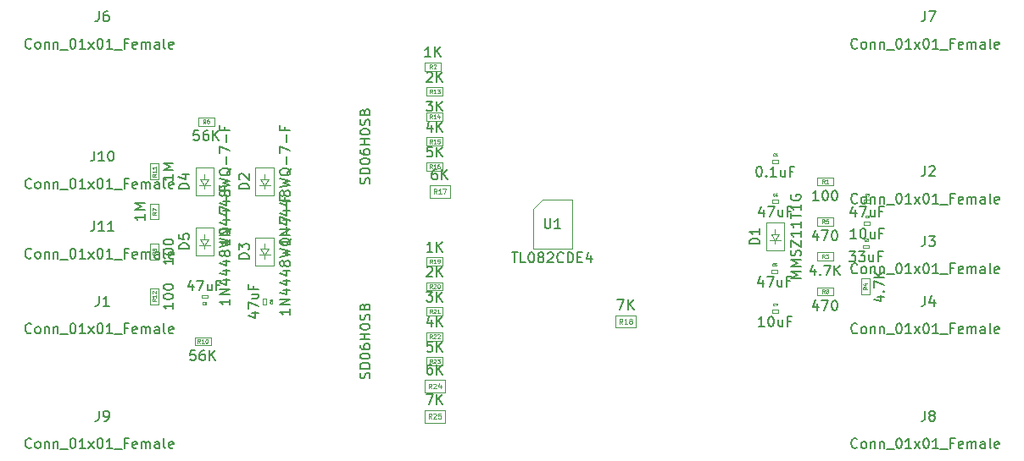
<source format=gbr>
%TF.GenerationSoftware,KiCad,Pcbnew,5.1.10*%
%TF.CreationDate,2021-07-17T21:09:20+02:00*%
%TF.ProjectId,smd-balanced,736d642d-6261-46c6-916e-6365642e6b69,rev?*%
%TF.SameCoordinates,Original*%
%TF.FileFunction,Other,Fab,Top*%
%FSLAX46Y46*%
G04 Gerber Fmt 4.6, Leading zero omitted, Abs format (unit mm)*
G04 Created by KiCad (PCBNEW 5.1.10) date 2021-07-17 21:09:20*
%MOMM*%
%LPD*%
G01*
G04 APERTURE LIST*
%ADD10C,0.100000*%
%ADD11C,0.150000*%
%ADD12C,0.040000*%
%ADD13C,0.060000*%
%ADD14C,0.080000*%
G04 APERTURE END LIST*
D10*
%TO.C,C1*%
X107700000Y-52650000D02*
X107700000Y-52350000D01*
X107700000Y-52350000D02*
X108300000Y-52350000D01*
X108300000Y-52350000D02*
X108300000Y-52650000D01*
X108300000Y-52650000D02*
X107700000Y-52650000D01*
%TO.C,C2*%
X117485000Y-58845000D02*
X116885000Y-58845000D01*
X117485000Y-58545000D02*
X117485000Y-58845000D01*
X116885000Y-58545000D02*
X117485000Y-58545000D01*
X116885000Y-58845000D02*
X116885000Y-58545000D01*
%TO.C,C3*%
X117392000Y-61150000D02*
X116792000Y-61150000D01*
X117392000Y-60850000D02*
X117392000Y-61150000D01*
X116792000Y-60850000D02*
X117392000Y-60850000D01*
X116792000Y-61150000D02*
X116792000Y-60850000D01*
%TO.C,C4*%
X108300000Y-56650000D02*
X107700000Y-56650000D01*
X108300000Y-56350000D02*
X108300000Y-56650000D01*
X107700000Y-56350000D02*
X108300000Y-56350000D01*
X107700000Y-56650000D02*
X107700000Y-56350000D01*
%TO.C,C5*%
X107632000Y-63650000D02*
X107632000Y-63350000D01*
X107632000Y-63350000D02*
X108232000Y-63350000D01*
X108232000Y-63350000D02*
X108232000Y-63650000D01*
X108232000Y-63650000D02*
X107632000Y-63650000D01*
%TO.C,C6*%
X51300000Y-65850000D02*
X51300000Y-66150000D01*
X51300000Y-66150000D02*
X50700000Y-66150000D01*
X50700000Y-66150000D02*
X50700000Y-65850000D01*
X50700000Y-65850000D02*
X51300000Y-65850000D01*
%TO.C,C7*%
X108300000Y-67650000D02*
X107700000Y-67650000D01*
X108300000Y-67350000D02*
X108300000Y-67650000D01*
X107700000Y-67350000D02*
X108300000Y-67350000D01*
X107700000Y-67650000D02*
X107700000Y-67350000D01*
%TO.C,C8*%
X56850000Y-66200000D02*
X57150000Y-66200000D01*
X57150000Y-66200000D02*
X57150000Y-66800000D01*
X57150000Y-66800000D02*
X56850000Y-66800000D01*
X56850000Y-66800000D02*
X56850000Y-66200000D01*
%TO.C,C9*%
X116885000Y-56650000D02*
X116885000Y-56350000D01*
X116885000Y-56350000D02*
X117485000Y-56350000D01*
X117485000Y-56350000D02*
X117485000Y-56650000D01*
X117485000Y-56650000D02*
X116885000Y-56650000D01*
%TO.C,D1*%
X108000000Y-59750000D02*
X108000000Y-59250000D01*
X108400000Y-59750000D02*
X108000000Y-60350000D01*
X107600000Y-59750000D02*
X108400000Y-59750000D01*
X108000000Y-60350000D02*
X107600000Y-59750000D01*
X108000000Y-60350000D02*
X108550000Y-60350000D01*
X108000000Y-60350000D02*
X107450000Y-60350000D01*
X108000000Y-60750000D02*
X108000000Y-60350000D01*
X108900000Y-61400000D02*
X107100000Y-61400000D01*
X108900000Y-58600000D02*
X108900000Y-61400000D01*
X107100000Y-58600000D02*
X108900000Y-58600000D01*
X107100000Y-61400000D02*
X107100000Y-58600000D01*
%TO.C,D2*%
X56100000Y-55900000D02*
X56100000Y-53100000D01*
X56100000Y-53100000D02*
X57900000Y-53100000D01*
X57900000Y-53100000D02*
X57900000Y-55900000D01*
X57900000Y-55900000D02*
X56100000Y-55900000D01*
X57000000Y-55250000D02*
X57000000Y-54850000D01*
X57000000Y-54850000D02*
X56450000Y-54850000D01*
X57000000Y-54850000D02*
X57550000Y-54850000D01*
X57000000Y-54850000D02*
X56600000Y-54250000D01*
X56600000Y-54250000D02*
X57400000Y-54250000D01*
X57400000Y-54250000D02*
X57000000Y-54850000D01*
X57000000Y-54250000D02*
X57000000Y-53750000D01*
%TO.C,D3*%
X57000000Y-61250000D02*
X57000000Y-60750000D01*
X57400000Y-61250000D02*
X57000000Y-61850000D01*
X56600000Y-61250000D02*
X57400000Y-61250000D01*
X57000000Y-61850000D02*
X56600000Y-61250000D01*
X57000000Y-61850000D02*
X57550000Y-61850000D01*
X57000000Y-61850000D02*
X56450000Y-61850000D01*
X57000000Y-62250000D02*
X57000000Y-61850000D01*
X57900000Y-62900000D02*
X56100000Y-62900000D01*
X57900000Y-60100000D02*
X57900000Y-62900000D01*
X56100000Y-60100000D02*
X57900000Y-60100000D01*
X56100000Y-62900000D02*
X56100000Y-60100000D01*
%TO.C,D4*%
X50100000Y-55900000D02*
X50100000Y-53100000D01*
X50100000Y-53100000D02*
X51900000Y-53100000D01*
X51900000Y-53100000D02*
X51900000Y-55900000D01*
X51900000Y-55900000D02*
X50100000Y-55900000D01*
X51000000Y-55250000D02*
X51000000Y-54850000D01*
X51000000Y-54850000D02*
X50450000Y-54850000D01*
X51000000Y-54850000D02*
X51550000Y-54850000D01*
X51000000Y-54850000D02*
X50600000Y-54250000D01*
X50600000Y-54250000D02*
X51400000Y-54250000D01*
X51400000Y-54250000D02*
X51000000Y-54850000D01*
X51000000Y-54250000D02*
X51000000Y-53750000D01*
%TO.C,D5*%
X51000000Y-60250000D02*
X51000000Y-59750000D01*
X51400000Y-60250000D02*
X51000000Y-60850000D01*
X50600000Y-60250000D02*
X51400000Y-60250000D01*
X51000000Y-60850000D02*
X50600000Y-60250000D01*
X51000000Y-60850000D02*
X51550000Y-60850000D01*
X51000000Y-60850000D02*
X50450000Y-60850000D01*
X51000000Y-61250000D02*
X51000000Y-60850000D01*
X51900000Y-61900000D02*
X50100000Y-61900000D01*
X51900000Y-59100000D02*
X51900000Y-61900000D01*
X50100000Y-59100000D02*
X51900000Y-59100000D01*
X50100000Y-61900000D02*
X50100000Y-59100000D01*
%TO.C,R1*%
X112200000Y-54912500D02*
X112200000Y-54087500D01*
X112200000Y-54087500D02*
X113800000Y-54087500D01*
X113800000Y-54087500D02*
X113800000Y-54912500D01*
X113800000Y-54912500D02*
X112200000Y-54912500D01*
%TO.C,R2*%
X74625000Y-42587500D02*
X74625000Y-43412500D01*
X74625000Y-43412500D02*
X73025000Y-43412500D01*
X73025000Y-43412500D02*
X73025000Y-42587500D01*
X73025000Y-42587500D02*
X74625000Y-42587500D01*
%TO.C,R3*%
X112200000Y-62412500D02*
X112200000Y-61587500D01*
X112200000Y-61587500D02*
X113800000Y-61587500D01*
X113800000Y-61587500D02*
X113800000Y-62412500D01*
X113800000Y-62412500D02*
X112200000Y-62412500D01*
%TO.C,R4*%
X117412500Y-64200000D02*
X117412500Y-65800000D01*
X116587500Y-64200000D02*
X117412500Y-64200000D01*
X116587500Y-65800000D02*
X116587500Y-64200000D01*
X117412500Y-65800000D02*
X116587500Y-65800000D01*
%TO.C,R5*%
X113800000Y-58912500D02*
X112200000Y-58912500D01*
X113800000Y-58087500D02*
X113800000Y-58912500D01*
X112200000Y-58087500D02*
X113800000Y-58087500D01*
X112200000Y-58912500D02*
X112200000Y-58087500D01*
%TO.C,R6*%
X51975000Y-48912500D02*
X50375000Y-48912500D01*
X51975000Y-48087500D02*
X51975000Y-48912500D01*
X50375000Y-48087500D02*
X51975000Y-48087500D01*
X50375000Y-48912500D02*
X50375000Y-48087500D01*
%TO.C,R8*%
X113800000Y-65912500D02*
X112200000Y-65912500D01*
X113800000Y-65087500D02*
X113800000Y-65912500D01*
X112200000Y-65087500D02*
X113800000Y-65087500D01*
X112200000Y-65912500D02*
X112200000Y-65087500D01*
%TO.C,R9*%
X46412500Y-60700000D02*
X46412500Y-62300000D01*
X45587500Y-60700000D02*
X46412500Y-60700000D01*
X45587500Y-62300000D02*
X45587500Y-60700000D01*
X46412500Y-62300000D02*
X45587500Y-62300000D01*
%TO.C,R10*%
X50025000Y-70912500D02*
X50025000Y-70087500D01*
X50025000Y-70087500D02*
X51625000Y-70087500D01*
X51625000Y-70087500D02*
X51625000Y-70912500D01*
X51625000Y-70912500D02*
X50025000Y-70912500D01*
%TO.C,R11*%
X46412500Y-54300000D02*
X45587500Y-54300000D01*
X45587500Y-54300000D02*
X45587500Y-52700000D01*
X45587500Y-52700000D02*
X46412500Y-52700000D01*
X46412500Y-52700000D02*
X46412500Y-54300000D01*
%TO.C,R12*%
X46412500Y-66800000D02*
X45587500Y-66800000D01*
X45587500Y-66800000D02*
X45587500Y-65200000D01*
X45587500Y-65200000D02*
X46412500Y-65200000D01*
X46412500Y-65200000D02*
X46412500Y-66800000D01*
%TO.C,R13*%
X73200000Y-45087500D02*
X74800000Y-45087500D01*
X73200000Y-45912500D02*
X73200000Y-45087500D01*
X74800000Y-45912500D02*
X73200000Y-45912500D01*
X74800000Y-45087500D02*
X74800000Y-45912500D01*
%TO.C,R14*%
X74800000Y-47587500D02*
X74800000Y-48412500D01*
X74800000Y-48412500D02*
X73200000Y-48412500D01*
X73200000Y-48412500D02*
X73200000Y-47587500D01*
X73200000Y-47587500D02*
X74800000Y-47587500D01*
%TO.C,R15*%
X73200000Y-50087500D02*
X74800000Y-50087500D01*
X73200000Y-50912500D02*
X73200000Y-50087500D01*
X74800000Y-50912500D02*
X73200000Y-50912500D01*
X74800000Y-50087500D02*
X74800000Y-50912500D01*
%TO.C,R16*%
X73200000Y-52587500D02*
X74800000Y-52587500D01*
X73200000Y-53412500D02*
X73200000Y-52587500D01*
X74800000Y-53412500D02*
X73200000Y-53412500D01*
X74800000Y-52587500D02*
X74800000Y-53412500D01*
%TO.C,R17*%
X75500000Y-54875000D02*
X75500000Y-56125000D01*
X75500000Y-56125000D02*
X73500000Y-56125000D01*
X73500000Y-56125000D02*
X73500000Y-54875000D01*
X73500000Y-54875000D02*
X75500000Y-54875000D01*
%TO.C,R18*%
X92087500Y-67875000D02*
X94087500Y-67875000D01*
X92087500Y-69125000D02*
X92087500Y-67875000D01*
X94087500Y-69125000D02*
X92087500Y-69125000D01*
X94087500Y-67875000D02*
X94087500Y-69125000D01*
%TO.C,R19*%
X74800000Y-62087500D02*
X74800000Y-62912500D01*
X74800000Y-62912500D02*
X73200000Y-62912500D01*
X73200000Y-62912500D02*
X73200000Y-62087500D01*
X73200000Y-62087500D02*
X74800000Y-62087500D01*
%TO.C,R20*%
X74800000Y-64587500D02*
X74800000Y-65412500D01*
X74800000Y-65412500D02*
X73200000Y-65412500D01*
X73200000Y-65412500D02*
X73200000Y-64587500D01*
X73200000Y-64587500D02*
X74800000Y-64587500D01*
%TO.C,R21*%
X73200000Y-67087500D02*
X74800000Y-67087500D01*
X73200000Y-67912500D02*
X73200000Y-67087500D01*
X74800000Y-67912500D02*
X73200000Y-67912500D01*
X74800000Y-67087500D02*
X74800000Y-67912500D01*
%TO.C,R22*%
X74800000Y-69587500D02*
X74800000Y-70412500D01*
X74800000Y-70412500D02*
X73200000Y-70412500D01*
X73200000Y-70412500D02*
X73200000Y-69587500D01*
X73200000Y-69587500D02*
X74800000Y-69587500D01*
%TO.C,R23*%
X73200000Y-72087500D02*
X74800000Y-72087500D01*
X73200000Y-72912500D02*
X73200000Y-72087500D01*
X74800000Y-72912500D02*
X73200000Y-72912500D01*
X74800000Y-72087500D02*
X74800000Y-72912500D01*
%TO.C,R24*%
X73000000Y-74375000D02*
X75000000Y-74375000D01*
X73000000Y-75625000D02*
X73000000Y-74375000D01*
X75000000Y-75625000D02*
X73000000Y-75625000D01*
X75000000Y-74375000D02*
X75000000Y-75625000D01*
%TO.C,R25*%
X75000000Y-77375000D02*
X75000000Y-78625000D01*
X75000000Y-78625000D02*
X73000000Y-78625000D01*
X73000000Y-78625000D02*
X73000000Y-77375000D01*
X73000000Y-77375000D02*
X75000000Y-77375000D01*
%TO.C,R7*%
X45587500Y-56700000D02*
X46412500Y-56700000D01*
X46412500Y-56700000D02*
X46412500Y-58300000D01*
X46412500Y-58300000D02*
X45587500Y-58300000D01*
X45587500Y-58300000D02*
X45587500Y-56700000D01*
%TO.C,U1*%
X84775000Y-56300000D02*
X87700000Y-56300000D01*
X87700000Y-56300000D02*
X87700000Y-61200000D01*
X87700000Y-61200000D02*
X83800000Y-61200000D01*
X83800000Y-61200000D02*
X83800000Y-57275000D01*
X83800000Y-57275000D02*
X84775000Y-56300000D01*
%TD*%
%TO.C,C1*%
D11*
X106357142Y-53002380D02*
X106452380Y-53002380D01*
X106547619Y-53050000D01*
X106595238Y-53097619D01*
X106642857Y-53192857D01*
X106690476Y-53383333D01*
X106690476Y-53621428D01*
X106642857Y-53811904D01*
X106595238Y-53907142D01*
X106547619Y-53954761D01*
X106452380Y-54002380D01*
X106357142Y-54002380D01*
X106261904Y-53954761D01*
X106214285Y-53907142D01*
X106166666Y-53811904D01*
X106119047Y-53621428D01*
X106119047Y-53383333D01*
X106166666Y-53192857D01*
X106214285Y-53097619D01*
X106261904Y-53050000D01*
X106357142Y-53002380D01*
X107119047Y-53907142D02*
X107166666Y-53954761D01*
X107119047Y-54002380D01*
X107071428Y-53954761D01*
X107119047Y-53907142D01*
X107119047Y-54002380D01*
X108119047Y-54002380D02*
X107547619Y-54002380D01*
X107833333Y-54002380D02*
X107833333Y-53002380D01*
X107738095Y-53145238D01*
X107642857Y-53240476D01*
X107547619Y-53288095D01*
X108976190Y-53335714D02*
X108976190Y-54002380D01*
X108547619Y-53335714D02*
X108547619Y-53859523D01*
X108595238Y-53954761D01*
X108690476Y-54002380D01*
X108833333Y-54002380D01*
X108928571Y-53954761D01*
X108976190Y-53907142D01*
X109785714Y-53478571D02*
X109452380Y-53478571D01*
X109452380Y-54002380D02*
X109452380Y-53002380D01*
X109928571Y-53002380D01*
D12*
X107958333Y-51909285D02*
X107946428Y-51921190D01*
X107910714Y-51933095D01*
X107886904Y-51933095D01*
X107851190Y-51921190D01*
X107827380Y-51897380D01*
X107815476Y-51873571D01*
X107803571Y-51825952D01*
X107803571Y-51790238D01*
X107815476Y-51742619D01*
X107827380Y-51718809D01*
X107851190Y-51695000D01*
X107886904Y-51683095D01*
X107910714Y-51683095D01*
X107946428Y-51695000D01*
X107958333Y-51706904D01*
X108196428Y-51933095D02*
X108053571Y-51933095D01*
X108125000Y-51933095D02*
X108125000Y-51683095D01*
X108101190Y-51718809D01*
X108077380Y-51742619D01*
X108053571Y-51754523D01*
%TO.C,C2*%
D11*
X116113571Y-60197380D02*
X115542142Y-60197380D01*
X115827857Y-60197380D02*
X115827857Y-59197380D01*
X115732619Y-59340238D01*
X115637380Y-59435476D01*
X115542142Y-59483095D01*
X116732619Y-59197380D02*
X116827857Y-59197380D01*
X116923095Y-59245000D01*
X116970714Y-59292619D01*
X117018333Y-59387857D01*
X117065952Y-59578333D01*
X117065952Y-59816428D01*
X117018333Y-60006904D01*
X116970714Y-60102142D01*
X116923095Y-60149761D01*
X116827857Y-60197380D01*
X116732619Y-60197380D01*
X116637380Y-60149761D01*
X116589761Y-60102142D01*
X116542142Y-60006904D01*
X116494523Y-59816428D01*
X116494523Y-59578333D01*
X116542142Y-59387857D01*
X116589761Y-59292619D01*
X116637380Y-59245000D01*
X116732619Y-59197380D01*
X117923095Y-59530714D02*
X117923095Y-60197380D01*
X117494523Y-59530714D02*
X117494523Y-60054523D01*
X117542142Y-60149761D01*
X117637380Y-60197380D01*
X117780238Y-60197380D01*
X117875476Y-60149761D01*
X117923095Y-60102142D01*
X118732619Y-59673571D02*
X118399285Y-59673571D01*
X118399285Y-60197380D02*
X118399285Y-59197380D01*
X118875476Y-59197380D01*
D12*
X117143333Y-58104285D02*
X117131428Y-58116190D01*
X117095714Y-58128095D01*
X117071904Y-58128095D01*
X117036190Y-58116190D01*
X117012380Y-58092380D01*
X117000476Y-58068571D01*
X116988571Y-58020952D01*
X116988571Y-57985238D01*
X117000476Y-57937619D01*
X117012380Y-57913809D01*
X117036190Y-57890000D01*
X117071904Y-57878095D01*
X117095714Y-57878095D01*
X117131428Y-57890000D01*
X117143333Y-57901904D01*
X117238571Y-57901904D02*
X117250476Y-57890000D01*
X117274285Y-57878095D01*
X117333809Y-57878095D01*
X117357619Y-57890000D01*
X117369523Y-57901904D01*
X117381428Y-57925714D01*
X117381428Y-57949523D01*
X117369523Y-57985238D01*
X117226666Y-58128095D01*
X117381428Y-58128095D01*
%TO.C,C3*%
D11*
X115401523Y-61502380D02*
X116020571Y-61502380D01*
X115687238Y-61883333D01*
X115830095Y-61883333D01*
X115925333Y-61930952D01*
X115972952Y-61978571D01*
X116020571Y-62073809D01*
X116020571Y-62311904D01*
X115972952Y-62407142D01*
X115925333Y-62454761D01*
X115830095Y-62502380D01*
X115544380Y-62502380D01*
X115449142Y-62454761D01*
X115401523Y-62407142D01*
X116353904Y-61502380D02*
X116972952Y-61502380D01*
X116639619Y-61883333D01*
X116782476Y-61883333D01*
X116877714Y-61930952D01*
X116925333Y-61978571D01*
X116972952Y-62073809D01*
X116972952Y-62311904D01*
X116925333Y-62407142D01*
X116877714Y-62454761D01*
X116782476Y-62502380D01*
X116496761Y-62502380D01*
X116401523Y-62454761D01*
X116353904Y-62407142D01*
X117830095Y-61835714D02*
X117830095Y-62502380D01*
X117401523Y-61835714D02*
X117401523Y-62359523D01*
X117449142Y-62454761D01*
X117544380Y-62502380D01*
X117687238Y-62502380D01*
X117782476Y-62454761D01*
X117830095Y-62407142D01*
X118639619Y-61978571D02*
X118306285Y-61978571D01*
X118306285Y-62502380D02*
X118306285Y-61502380D01*
X118782476Y-61502380D01*
D12*
X117050333Y-60409285D02*
X117038428Y-60421190D01*
X117002714Y-60433095D01*
X116978904Y-60433095D01*
X116943190Y-60421190D01*
X116919380Y-60397380D01*
X116907476Y-60373571D01*
X116895571Y-60325952D01*
X116895571Y-60290238D01*
X116907476Y-60242619D01*
X116919380Y-60218809D01*
X116943190Y-60195000D01*
X116978904Y-60183095D01*
X117002714Y-60183095D01*
X117038428Y-60195000D01*
X117050333Y-60206904D01*
X117133666Y-60183095D02*
X117288428Y-60183095D01*
X117205095Y-60278333D01*
X117240809Y-60278333D01*
X117264619Y-60290238D01*
X117276523Y-60302142D01*
X117288428Y-60325952D01*
X117288428Y-60385476D01*
X117276523Y-60409285D01*
X117264619Y-60421190D01*
X117240809Y-60433095D01*
X117169380Y-60433095D01*
X117145571Y-60421190D01*
X117133666Y-60409285D01*
%TO.C,C4*%
D11*
X106833333Y-57335714D02*
X106833333Y-58002380D01*
X106595238Y-56954761D02*
X106357142Y-57669047D01*
X106976190Y-57669047D01*
X107261904Y-57002380D02*
X107928571Y-57002380D01*
X107500000Y-58002380D01*
X108738095Y-57335714D02*
X108738095Y-58002380D01*
X108309523Y-57335714D02*
X108309523Y-57859523D01*
X108357142Y-57954761D01*
X108452380Y-58002380D01*
X108595238Y-58002380D01*
X108690476Y-57954761D01*
X108738095Y-57907142D01*
X109547619Y-57478571D02*
X109214285Y-57478571D01*
X109214285Y-58002380D02*
X109214285Y-57002380D01*
X109690476Y-57002380D01*
D12*
X107958333Y-55909285D02*
X107946428Y-55921190D01*
X107910714Y-55933095D01*
X107886904Y-55933095D01*
X107851190Y-55921190D01*
X107827380Y-55897380D01*
X107815476Y-55873571D01*
X107803571Y-55825952D01*
X107803571Y-55790238D01*
X107815476Y-55742619D01*
X107827380Y-55718809D01*
X107851190Y-55695000D01*
X107886904Y-55683095D01*
X107910714Y-55683095D01*
X107946428Y-55695000D01*
X107958333Y-55706904D01*
X108172619Y-55766428D02*
X108172619Y-55933095D01*
X108113095Y-55671190D02*
X108053571Y-55849761D01*
X108208333Y-55849761D01*
%TO.C,C5*%
D11*
X106765333Y-64335714D02*
X106765333Y-65002380D01*
X106527238Y-63954761D02*
X106289142Y-64669047D01*
X106908190Y-64669047D01*
X107193904Y-64002380D02*
X107860571Y-64002380D01*
X107432000Y-65002380D01*
X108670095Y-64335714D02*
X108670095Y-65002380D01*
X108241523Y-64335714D02*
X108241523Y-64859523D01*
X108289142Y-64954761D01*
X108384380Y-65002380D01*
X108527238Y-65002380D01*
X108622476Y-64954761D01*
X108670095Y-64907142D01*
X109479619Y-64478571D02*
X109146285Y-64478571D01*
X109146285Y-65002380D02*
X109146285Y-64002380D01*
X109622476Y-64002380D01*
D12*
X107890333Y-62909285D02*
X107878428Y-62921190D01*
X107842714Y-62933095D01*
X107818904Y-62933095D01*
X107783190Y-62921190D01*
X107759380Y-62897380D01*
X107747476Y-62873571D01*
X107735571Y-62825952D01*
X107735571Y-62790238D01*
X107747476Y-62742619D01*
X107759380Y-62718809D01*
X107783190Y-62695000D01*
X107818904Y-62683095D01*
X107842714Y-62683095D01*
X107878428Y-62695000D01*
X107890333Y-62706904D01*
X108116523Y-62683095D02*
X107997476Y-62683095D01*
X107985571Y-62802142D01*
X107997476Y-62790238D01*
X108021285Y-62778333D01*
X108080809Y-62778333D01*
X108104619Y-62790238D01*
X108116523Y-62802142D01*
X108128428Y-62825952D01*
X108128428Y-62885476D01*
X108116523Y-62909285D01*
X108104619Y-62921190D01*
X108080809Y-62933095D01*
X108021285Y-62933095D01*
X107997476Y-62921190D01*
X107985571Y-62909285D01*
%TO.C,C6*%
D11*
X49833333Y-64735714D02*
X49833333Y-65402380D01*
X49595238Y-64354761D02*
X49357142Y-65069047D01*
X49976190Y-65069047D01*
X50261904Y-64402380D02*
X50928571Y-64402380D01*
X50500000Y-65402380D01*
X51738095Y-64735714D02*
X51738095Y-65402380D01*
X51309523Y-64735714D02*
X51309523Y-65259523D01*
X51357142Y-65354761D01*
X51452380Y-65402380D01*
X51595238Y-65402380D01*
X51690476Y-65354761D01*
X51738095Y-65307142D01*
X52547619Y-64878571D02*
X52214285Y-64878571D01*
X52214285Y-65402380D02*
X52214285Y-64402380D01*
X52690476Y-64402380D01*
D12*
X50958333Y-66769285D02*
X50946428Y-66781190D01*
X50910714Y-66793095D01*
X50886904Y-66793095D01*
X50851190Y-66781190D01*
X50827380Y-66757380D01*
X50815476Y-66733571D01*
X50803571Y-66685952D01*
X50803571Y-66650238D01*
X50815476Y-66602619D01*
X50827380Y-66578809D01*
X50851190Y-66555000D01*
X50886904Y-66543095D01*
X50910714Y-66543095D01*
X50946428Y-66555000D01*
X50958333Y-66566904D01*
X51172619Y-66543095D02*
X51125000Y-66543095D01*
X51101190Y-66555000D01*
X51089285Y-66566904D01*
X51065476Y-66602619D01*
X51053571Y-66650238D01*
X51053571Y-66745476D01*
X51065476Y-66769285D01*
X51077380Y-66781190D01*
X51101190Y-66793095D01*
X51148809Y-66793095D01*
X51172619Y-66781190D01*
X51184523Y-66769285D01*
X51196428Y-66745476D01*
X51196428Y-66685952D01*
X51184523Y-66662142D01*
X51172619Y-66650238D01*
X51148809Y-66638333D01*
X51101190Y-66638333D01*
X51077380Y-66650238D01*
X51065476Y-66662142D01*
X51053571Y-66685952D01*
%TO.C,C7*%
D11*
X106928571Y-69002380D02*
X106357142Y-69002380D01*
X106642857Y-69002380D02*
X106642857Y-68002380D01*
X106547619Y-68145238D01*
X106452380Y-68240476D01*
X106357142Y-68288095D01*
X107547619Y-68002380D02*
X107642857Y-68002380D01*
X107738095Y-68050000D01*
X107785714Y-68097619D01*
X107833333Y-68192857D01*
X107880952Y-68383333D01*
X107880952Y-68621428D01*
X107833333Y-68811904D01*
X107785714Y-68907142D01*
X107738095Y-68954761D01*
X107642857Y-69002380D01*
X107547619Y-69002380D01*
X107452380Y-68954761D01*
X107404761Y-68907142D01*
X107357142Y-68811904D01*
X107309523Y-68621428D01*
X107309523Y-68383333D01*
X107357142Y-68192857D01*
X107404761Y-68097619D01*
X107452380Y-68050000D01*
X107547619Y-68002380D01*
X108738095Y-68335714D02*
X108738095Y-69002380D01*
X108309523Y-68335714D02*
X108309523Y-68859523D01*
X108357142Y-68954761D01*
X108452380Y-69002380D01*
X108595238Y-69002380D01*
X108690476Y-68954761D01*
X108738095Y-68907142D01*
X109547619Y-68478571D02*
X109214285Y-68478571D01*
X109214285Y-69002380D02*
X109214285Y-68002380D01*
X109690476Y-68002380D01*
D12*
X107958333Y-66909285D02*
X107946428Y-66921190D01*
X107910714Y-66933095D01*
X107886904Y-66933095D01*
X107851190Y-66921190D01*
X107827380Y-66897380D01*
X107815476Y-66873571D01*
X107803571Y-66825952D01*
X107803571Y-66790238D01*
X107815476Y-66742619D01*
X107827380Y-66718809D01*
X107851190Y-66695000D01*
X107886904Y-66683095D01*
X107910714Y-66683095D01*
X107946428Y-66695000D01*
X107958333Y-66706904D01*
X108041666Y-66683095D02*
X108208333Y-66683095D01*
X108101190Y-66933095D01*
%TO.C,C8*%
D11*
X55735714Y-67666666D02*
X56402380Y-67666666D01*
X55354761Y-67904761D02*
X56069047Y-68142857D01*
X56069047Y-67523809D01*
X55402380Y-67238095D02*
X55402380Y-66571428D01*
X56402380Y-67000000D01*
X55735714Y-65761904D02*
X56402380Y-65761904D01*
X55735714Y-66190476D02*
X56259523Y-66190476D01*
X56354761Y-66142857D01*
X56402380Y-66047619D01*
X56402380Y-65904761D01*
X56354761Y-65809523D01*
X56307142Y-65761904D01*
X55878571Y-64952380D02*
X55878571Y-65285714D01*
X56402380Y-65285714D02*
X55402380Y-65285714D01*
X55402380Y-64809523D01*
D12*
X57769285Y-66541666D02*
X57781190Y-66553571D01*
X57793095Y-66589285D01*
X57793095Y-66613095D01*
X57781190Y-66648809D01*
X57757380Y-66672619D01*
X57733571Y-66684523D01*
X57685952Y-66696428D01*
X57650238Y-66696428D01*
X57602619Y-66684523D01*
X57578809Y-66672619D01*
X57555000Y-66648809D01*
X57543095Y-66613095D01*
X57543095Y-66589285D01*
X57555000Y-66553571D01*
X57566904Y-66541666D01*
X57650238Y-66398809D02*
X57638333Y-66422619D01*
X57626428Y-66434523D01*
X57602619Y-66446428D01*
X57590714Y-66446428D01*
X57566904Y-66434523D01*
X57555000Y-66422619D01*
X57543095Y-66398809D01*
X57543095Y-66351190D01*
X57555000Y-66327380D01*
X57566904Y-66315476D01*
X57590714Y-66303571D01*
X57602619Y-66303571D01*
X57626428Y-66315476D01*
X57638333Y-66327380D01*
X57650238Y-66351190D01*
X57650238Y-66398809D01*
X57662142Y-66422619D01*
X57674047Y-66434523D01*
X57697857Y-66446428D01*
X57745476Y-66446428D01*
X57769285Y-66434523D01*
X57781190Y-66422619D01*
X57793095Y-66398809D01*
X57793095Y-66351190D01*
X57781190Y-66327380D01*
X57769285Y-66315476D01*
X57745476Y-66303571D01*
X57697857Y-66303571D01*
X57674047Y-66315476D01*
X57662142Y-66327380D01*
X57650238Y-66351190D01*
%TO.C,C9*%
D11*
X116018333Y-57335714D02*
X116018333Y-58002380D01*
X115780238Y-56954761D02*
X115542142Y-57669047D01*
X116161190Y-57669047D01*
X116446904Y-57002380D02*
X117113571Y-57002380D01*
X116685000Y-58002380D01*
X117923095Y-57335714D02*
X117923095Y-58002380D01*
X117494523Y-57335714D02*
X117494523Y-57859523D01*
X117542142Y-57954761D01*
X117637380Y-58002380D01*
X117780238Y-58002380D01*
X117875476Y-57954761D01*
X117923095Y-57907142D01*
X118732619Y-57478571D02*
X118399285Y-57478571D01*
X118399285Y-58002380D02*
X118399285Y-57002380D01*
X118875476Y-57002380D01*
D12*
X117143333Y-55909285D02*
X117131428Y-55921190D01*
X117095714Y-55933095D01*
X117071904Y-55933095D01*
X117036190Y-55921190D01*
X117012380Y-55897380D01*
X117000476Y-55873571D01*
X116988571Y-55825952D01*
X116988571Y-55790238D01*
X117000476Y-55742619D01*
X117012380Y-55718809D01*
X117036190Y-55695000D01*
X117071904Y-55683095D01*
X117095714Y-55683095D01*
X117131428Y-55695000D01*
X117143333Y-55706904D01*
X117262380Y-55933095D02*
X117310000Y-55933095D01*
X117333809Y-55921190D01*
X117345714Y-55909285D01*
X117369523Y-55873571D01*
X117381428Y-55825952D01*
X117381428Y-55730714D01*
X117369523Y-55706904D01*
X117357619Y-55695000D01*
X117333809Y-55683095D01*
X117286190Y-55683095D01*
X117262380Y-55695000D01*
X117250476Y-55706904D01*
X117238571Y-55730714D01*
X117238571Y-55790238D01*
X117250476Y-55814047D01*
X117262380Y-55825952D01*
X117286190Y-55837857D01*
X117333809Y-55837857D01*
X117357619Y-55825952D01*
X117369523Y-55814047D01*
X117381428Y-55790238D01*
%TO.C,D1*%
D11*
X110552380Y-64166666D02*
X109552380Y-64166666D01*
X110266666Y-63833333D01*
X109552380Y-63500000D01*
X110552380Y-63500000D01*
X110552380Y-63023809D02*
X109552380Y-63023809D01*
X110266666Y-62690476D01*
X109552380Y-62357142D01*
X110552380Y-62357142D01*
X110504761Y-61928571D02*
X110552380Y-61785714D01*
X110552380Y-61547619D01*
X110504761Y-61452380D01*
X110457142Y-61404761D01*
X110361904Y-61357142D01*
X110266666Y-61357142D01*
X110171428Y-61404761D01*
X110123809Y-61452380D01*
X110076190Y-61547619D01*
X110028571Y-61738095D01*
X109980952Y-61833333D01*
X109933333Y-61880952D01*
X109838095Y-61928571D01*
X109742857Y-61928571D01*
X109647619Y-61880952D01*
X109600000Y-61833333D01*
X109552380Y-61738095D01*
X109552380Y-61500000D01*
X109600000Y-61357142D01*
X109552380Y-61023809D02*
X109552380Y-60357142D01*
X110552380Y-61023809D01*
X110552380Y-60357142D01*
X110552380Y-59452380D02*
X110552380Y-60023809D01*
X110552380Y-59738095D02*
X109552380Y-59738095D01*
X109695238Y-59833333D01*
X109790476Y-59928571D01*
X109838095Y-60023809D01*
X110552380Y-58500000D02*
X110552380Y-59071428D01*
X110552380Y-58785714D02*
X109552380Y-58785714D01*
X109695238Y-58880952D01*
X109790476Y-58976190D01*
X109838095Y-59071428D01*
X109552380Y-58214285D02*
X109552380Y-57642857D01*
X110552380Y-57928571D02*
X109552380Y-57928571D01*
X110552380Y-56785714D02*
X110552380Y-57357142D01*
X110552380Y-57071428D02*
X109552380Y-57071428D01*
X109695238Y-57166666D01*
X109790476Y-57261904D01*
X109838095Y-57357142D01*
X109600000Y-55833333D02*
X109552380Y-55928571D01*
X109552380Y-56071428D01*
X109600000Y-56214285D01*
X109695238Y-56309523D01*
X109790476Y-56357142D01*
X109980952Y-56404761D01*
X110123809Y-56404761D01*
X110314285Y-56357142D01*
X110409523Y-56309523D01*
X110504761Y-56214285D01*
X110552380Y-56071428D01*
X110552380Y-55976190D01*
X110504761Y-55833333D01*
X110457142Y-55785714D01*
X110123809Y-55785714D01*
X110123809Y-55976190D01*
X106452380Y-60738095D02*
X105452380Y-60738095D01*
X105452380Y-60500000D01*
X105500000Y-60357142D01*
X105595238Y-60261904D01*
X105690476Y-60214285D01*
X105880952Y-60166666D01*
X106023809Y-60166666D01*
X106214285Y-60214285D01*
X106309523Y-60261904D01*
X106404761Y-60357142D01*
X106452380Y-60500000D01*
X106452380Y-60738095D01*
X106452380Y-59214285D02*
X106452380Y-59785714D01*
X106452380Y-59500000D02*
X105452380Y-59500000D01*
X105595238Y-59595238D01*
X105690476Y-59690476D01*
X105738095Y-59785714D01*
%TO.C,D2*%
X59552380Y-60261904D02*
X59552380Y-60833333D01*
X59552380Y-60547619D02*
X58552380Y-60547619D01*
X58695238Y-60642857D01*
X58790476Y-60738095D01*
X58838095Y-60833333D01*
X59552380Y-59833333D02*
X58552380Y-59833333D01*
X59552380Y-59261904D01*
X58552380Y-59261904D01*
X58885714Y-58357142D02*
X59552380Y-58357142D01*
X58504761Y-58595238D02*
X59219047Y-58833333D01*
X59219047Y-58214285D01*
X58885714Y-57404761D02*
X59552380Y-57404761D01*
X58504761Y-57642857D02*
X59219047Y-57880952D01*
X59219047Y-57261904D01*
X58885714Y-56452380D02*
X59552380Y-56452380D01*
X58504761Y-56690476D02*
X59219047Y-56928571D01*
X59219047Y-56309523D01*
X58980952Y-55785714D02*
X58933333Y-55880952D01*
X58885714Y-55928571D01*
X58790476Y-55976190D01*
X58742857Y-55976190D01*
X58647619Y-55928571D01*
X58600000Y-55880952D01*
X58552380Y-55785714D01*
X58552380Y-55595238D01*
X58600000Y-55500000D01*
X58647619Y-55452380D01*
X58742857Y-55404761D01*
X58790476Y-55404761D01*
X58885714Y-55452380D01*
X58933333Y-55500000D01*
X58980952Y-55595238D01*
X58980952Y-55785714D01*
X59028571Y-55880952D01*
X59076190Y-55928571D01*
X59171428Y-55976190D01*
X59361904Y-55976190D01*
X59457142Y-55928571D01*
X59504761Y-55880952D01*
X59552380Y-55785714D01*
X59552380Y-55595238D01*
X59504761Y-55500000D01*
X59457142Y-55452380D01*
X59361904Y-55404761D01*
X59171428Y-55404761D01*
X59076190Y-55452380D01*
X59028571Y-55500000D01*
X58980952Y-55595238D01*
X58552380Y-55071428D02*
X59552380Y-54833333D01*
X58838095Y-54642857D01*
X59552380Y-54452380D01*
X58552380Y-54214285D01*
X59647619Y-53166666D02*
X59600000Y-53261904D01*
X59504761Y-53357142D01*
X59361904Y-53500000D01*
X59314285Y-53595238D01*
X59314285Y-53690476D01*
X59552380Y-53642857D02*
X59504761Y-53738095D01*
X59409523Y-53833333D01*
X59219047Y-53880952D01*
X58885714Y-53880952D01*
X58695238Y-53833333D01*
X58600000Y-53738095D01*
X58552380Y-53642857D01*
X58552380Y-53452380D01*
X58600000Y-53357142D01*
X58695238Y-53261904D01*
X58885714Y-53214285D01*
X59219047Y-53214285D01*
X59409523Y-53261904D01*
X59504761Y-53357142D01*
X59552380Y-53452380D01*
X59552380Y-53642857D01*
X59171428Y-52785714D02*
X59171428Y-52023809D01*
X58552380Y-51642857D02*
X58552380Y-50976190D01*
X59552380Y-51404761D01*
X59171428Y-50595238D02*
X59171428Y-49833333D01*
X59028571Y-49023809D02*
X59028571Y-49357142D01*
X59552380Y-49357142D02*
X58552380Y-49357142D01*
X58552380Y-48880952D01*
X55452380Y-55238095D02*
X54452380Y-55238095D01*
X54452380Y-55000000D01*
X54500000Y-54857142D01*
X54595238Y-54761904D01*
X54690476Y-54714285D01*
X54880952Y-54666666D01*
X55023809Y-54666666D01*
X55214285Y-54714285D01*
X55309523Y-54761904D01*
X55404761Y-54857142D01*
X55452380Y-55000000D01*
X55452380Y-55238095D01*
X54547619Y-54285714D02*
X54500000Y-54238095D01*
X54452380Y-54142857D01*
X54452380Y-53904761D01*
X54500000Y-53809523D01*
X54547619Y-53761904D01*
X54642857Y-53714285D01*
X54738095Y-53714285D01*
X54880952Y-53761904D01*
X55452380Y-54333333D01*
X55452380Y-53714285D01*
%TO.C,D3*%
X59552380Y-67261904D02*
X59552380Y-67833333D01*
X59552380Y-67547619D02*
X58552380Y-67547619D01*
X58695238Y-67642857D01*
X58790476Y-67738095D01*
X58838095Y-67833333D01*
X59552380Y-66833333D02*
X58552380Y-66833333D01*
X59552380Y-66261904D01*
X58552380Y-66261904D01*
X58885714Y-65357142D02*
X59552380Y-65357142D01*
X58504761Y-65595238D02*
X59219047Y-65833333D01*
X59219047Y-65214285D01*
X58885714Y-64404761D02*
X59552380Y-64404761D01*
X58504761Y-64642857D02*
X59219047Y-64880952D01*
X59219047Y-64261904D01*
X58885714Y-63452380D02*
X59552380Y-63452380D01*
X58504761Y-63690476D02*
X59219047Y-63928571D01*
X59219047Y-63309523D01*
X58980952Y-62785714D02*
X58933333Y-62880952D01*
X58885714Y-62928571D01*
X58790476Y-62976190D01*
X58742857Y-62976190D01*
X58647619Y-62928571D01*
X58600000Y-62880952D01*
X58552380Y-62785714D01*
X58552380Y-62595238D01*
X58600000Y-62500000D01*
X58647619Y-62452380D01*
X58742857Y-62404761D01*
X58790476Y-62404761D01*
X58885714Y-62452380D01*
X58933333Y-62500000D01*
X58980952Y-62595238D01*
X58980952Y-62785714D01*
X59028571Y-62880952D01*
X59076190Y-62928571D01*
X59171428Y-62976190D01*
X59361904Y-62976190D01*
X59457142Y-62928571D01*
X59504761Y-62880952D01*
X59552380Y-62785714D01*
X59552380Y-62595238D01*
X59504761Y-62500000D01*
X59457142Y-62452380D01*
X59361904Y-62404761D01*
X59171428Y-62404761D01*
X59076190Y-62452380D01*
X59028571Y-62500000D01*
X58980952Y-62595238D01*
X58552380Y-62071428D02*
X59552380Y-61833333D01*
X58838095Y-61642857D01*
X59552380Y-61452380D01*
X58552380Y-61214285D01*
X59647619Y-60166666D02*
X59600000Y-60261904D01*
X59504761Y-60357142D01*
X59361904Y-60500000D01*
X59314285Y-60595238D01*
X59314285Y-60690476D01*
X59552380Y-60642857D02*
X59504761Y-60738095D01*
X59409523Y-60833333D01*
X59219047Y-60880952D01*
X58885714Y-60880952D01*
X58695238Y-60833333D01*
X58600000Y-60738095D01*
X58552380Y-60642857D01*
X58552380Y-60452380D01*
X58600000Y-60357142D01*
X58695238Y-60261904D01*
X58885714Y-60214285D01*
X59219047Y-60214285D01*
X59409523Y-60261904D01*
X59504761Y-60357142D01*
X59552380Y-60452380D01*
X59552380Y-60642857D01*
X59171428Y-59785714D02*
X59171428Y-59023809D01*
X58552380Y-58642857D02*
X58552380Y-57976190D01*
X59552380Y-58404761D01*
X59171428Y-57595238D02*
X59171428Y-56833333D01*
X59028571Y-56023809D02*
X59028571Y-56357142D01*
X59552380Y-56357142D02*
X58552380Y-56357142D01*
X58552380Y-55880952D01*
X55452380Y-62238095D02*
X54452380Y-62238095D01*
X54452380Y-62000000D01*
X54500000Y-61857142D01*
X54595238Y-61761904D01*
X54690476Y-61714285D01*
X54880952Y-61666666D01*
X55023809Y-61666666D01*
X55214285Y-61714285D01*
X55309523Y-61761904D01*
X55404761Y-61857142D01*
X55452380Y-62000000D01*
X55452380Y-62238095D01*
X54452380Y-61333333D02*
X54452380Y-60714285D01*
X54833333Y-61047619D01*
X54833333Y-60904761D01*
X54880952Y-60809523D01*
X54928571Y-60761904D01*
X55023809Y-60714285D01*
X55261904Y-60714285D01*
X55357142Y-60761904D01*
X55404761Y-60809523D01*
X55452380Y-60904761D01*
X55452380Y-61190476D01*
X55404761Y-61285714D01*
X55357142Y-61333333D01*
%TO.C,D4*%
X53552380Y-60261904D02*
X53552380Y-60833333D01*
X53552380Y-60547619D02*
X52552380Y-60547619D01*
X52695238Y-60642857D01*
X52790476Y-60738095D01*
X52838095Y-60833333D01*
X53552380Y-59833333D02*
X52552380Y-59833333D01*
X53552380Y-59261904D01*
X52552380Y-59261904D01*
X52885714Y-58357142D02*
X53552380Y-58357142D01*
X52504761Y-58595238D02*
X53219047Y-58833333D01*
X53219047Y-58214285D01*
X52885714Y-57404761D02*
X53552380Y-57404761D01*
X52504761Y-57642857D02*
X53219047Y-57880952D01*
X53219047Y-57261904D01*
X52885714Y-56452380D02*
X53552380Y-56452380D01*
X52504761Y-56690476D02*
X53219047Y-56928571D01*
X53219047Y-56309523D01*
X52980952Y-55785714D02*
X52933333Y-55880952D01*
X52885714Y-55928571D01*
X52790476Y-55976190D01*
X52742857Y-55976190D01*
X52647619Y-55928571D01*
X52600000Y-55880952D01*
X52552380Y-55785714D01*
X52552380Y-55595238D01*
X52600000Y-55500000D01*
X52647619Y-55452380D01*
X52742857Y-55404761D01*
X52790476Y-55404761D01*
X52885714Y-55452380D01*
X52933333Y-55500000D01*
X52980952Y-55595238D01*
X52980952Y-55785714D01*
X53028571Y-55880952D01*
X53076190Y-55928571D01*
X53171428Y-55976190D01*
X53361904Y-55976190D01*
X53457142Y-55928571D01*
X53504761Y-55880952D01*
X53552380Y-55785714D01*
X53552380Y-55595238D01*
X53504761Y-55500000D01*
X53457142Y-55452380D01*
X53361904Y-55404761D01*
X53171428Y-55404761D01*
X53076190Y-55452380D01*
X53028571Y-55500000D01*
X52980952Y-55595238D01*
X52552380Y-55071428D02*
X53552380Y-54833333D01*
X52838095Y-54642857D01*
X53552380Y-54452380D01*
X52552380Y-54214285D01*
X53647619Y-53166666D02*
X53600000Y-53261904D01*
X53504761Y-53357142D01*
X53361904Y-53500000D01*
X53314285Y-53595238D01*
X53314285Y-53690476D01*
X53552380Y-53642857D02*
X53504761Y-53738095D01*
X53409523Y-53833333D01*
X53219047Y-53880952D01*
X52885714Y-53880952D01*
X52695238Y-53833333D01*
X52600000Y-53738095D01*
X52552380Y-53642857D01*
X52552380Y-53452380D01*
X52600000Y-53357142D01*
X52695238Y-53261904D01*
X52885714Y-53214285D01*
X53219047Y-53214285D01*
X53409523Y-53261904D01*
X53504761Y-53357142D01*
X53552380Y-53452380D01*
X53552380Y-53642857D01*
X53171428Y-52785714D02*
X53171428Y-52023809D01*
X52552380Y-51642857D02*
X52552380Y-50976190D01*
X53552380Y-51404761D01*
X53171428Y-50595238D02*
X53171428Y-49833333D01*
X53028571Y-49023809D02*
X53028571Y-49357142D01*
X53552380Y-49357142D02*
X52552380Y-49357142D01*
X52552380Y-48880952D01*
X49452380Y-55238095D02*
X48452380Y-55238095D01*
X48452380Y-55000000D01*
X48500000Y-54857142D01*
X48595238Y-54761904D01*
X48690476Y-54714285D01*
X48880952Y-54666666D01*
X49023809Y-54666666D01*
X49214285Y-54714285D01*
X49309523Y-54761904D01*
X49404761Y-54857142D01*
X49452380Y-55000000D01*
X49452380Y-55238095D01*
X48785714Y-53809523D02*
X49452380Y-53809523D01*
X48404761Y-54047619D02*
X49119047Y-54285714D01*
X49119047Y-53666666D01*
%TO.C,D5*%
X53552380Y-66261904D02*
X53552380Y-66833333D01*
X53552380Y-66547619D02*
X52552380Y-66547619D01*
X52695238Y-66642857D01*
X52790476Y-66738095D01*
X52838095Y-66833333D01*
X53552380Y-65833333D02*
X52552380Y-65833333D01*
X53552380Y-65261904D01*
X52552380Y-65261904D01*
X52885714Y-64357142D02*
X53552380Y-64357142D01*
X52504761Y-64595238D02*
X53219047Y-64833333D01*
X53219047Y-64214285D01*
X52885714Y-63404761D02*
X53552380Y-63404761D01*
X52504761Y-63642857D02*
X53219047Y-63880952D01*
X53219047Y-63261904D01*
X52885714Y-62452380D02*
X53552380Y-62452380D01*
X52504761Y-62690476D02*
X53219047Y-62928571D01*
X53219047Y-62309523D01*
X52980952Y-61785714D02*
X52933333Y-61880952D01*
X52885714Y-61928571D01*
X52790476Y-61976190D01*
X52742857Y-61976190D01*
X52647619Y-61928571D01*
X52600000Y-61880952D01*
X52552380Y-61785714D01*
X52552380Y-61595238D01*
X52600000Y-61500000D01*
X52647619Y-61452380D01*
X52742857Y-61404761D01*
X52790476Y-61404761D01*
X52885714Y-61452380D01*
X52933333Y-61500000D01*
X52980952Y-61595238D01*
X52980952Y-61785714D01*
X53028571Y-61880952D01*
X53076190Y-61928571D01*
X53171428Y-61976190D01*
X53361904Y-61976190D01*
X53457142Y-61928571D01*
X53504761Y-61880952D01*
X53552380Y-61785714D01*
X53552380Y-61595238D01*
X53504761Y-61500000D01*
X53457142Y-61452380D01*
X53361904Y-61404761D01*
X53171428Y-61404761D01*
X53076190Y-61452380D01*
X53028571Y-61500000D01*
X52980952Y-61595238D01*
X52552380Y-61071428D02*
X53552380Y-60833333D01*
X52838095Y-60642857D01*
X53552380Y-60452380D01*
X52552380Y-60214285D01*
X53647619Y-59166666D02*
X53600000Y-59261904D01*
X53504761Y-59357142D01*
X53361904Y-59500000D01*
X53314285Y-59595238D01*
X53314285Y-59690476D01*
X53552380Y-59642857D02*
X53504761Y-59738095D01*
X53409523Y-59833333D01*
X53219047Y-59880952D01*
X52885714Y-59880952D01*
X52695238Y-59833333D01*
X52600000Y-59738095D01*
X52552380Y-59642857D01*
X52552380Y-59452380D01*
X52600000Y-59357142D01*
X52695238Y-59261904D01*
X52885714Y-59214285D01*
X53219047Y-59214285D01*
X53409523Y-59261904D01*
X53504761Y-59357142D01*
X53552380Y-59452380D01*
X53552380Y-59642857D01*
X53171428Y-58785714D02*
X53171428Y-58023809D01*
X52552380Y-57642857D02*
X52552380Y-56976190D01*
X53552380Y-57404761D01*
X53171428Y-56595238D02*
X53171428Y-55833333D01*
X53028571Y-55023809D02*
X53028571Y-55357142D01*
X53552380Y-55357142D02*
X52552380Y-55357142D01*
X52552380Y-54880952D01*
X49452380Y-61238095D02*
X48452380Y-61238095D01*
X48452380Y-61000000D01*
X48500000Y-60857142D01*
X48595238Y-60761904D01*
X48690476Y-60714285D01*
X48880952Y-60666666D01*
X49023809Y-60666666D01*
X49214285Y-60714285D01*
X49309523Y-60761904D01*
X49404761Y-60857142D01*
X49452380Y-61000000D01*
X49452380Y-61238095D01*
X48452380Y-59761904D02*
X48452380Y-60238095D01*
X48928571Y-60285714D01*
X48880952Y-60238095D01*
X48833333Y-60142857D01*
X48833333Y-59904761D01*
X48880952Y-59809523D01*
X48928571Y-59761904D01*
X49023809Y-59714285D01*
X49261904Y-59714285D01*
X49357142Y-59761904D01*
X49404761Y-59809523D01*
X49452380Y-59904761D01*
X49452380Y-60142857D01*
X49404761Y-60238095D01*
X49357142Y-60285714D01*
%TO.C,J1*%
X33714285Y-69607142D02*
X33666666Y-69654761D01*
X33523809Y-69702380D01*
X33428571Y-69702380D01*
X33285714Y-69654761D01*
X33190476Y-69559523D01*
X33142857Y-69464285D01*
X33095238Y-69273809D01*
X33095238Y-69130952D01*
X33142857Y-68940476D01*
X33190476Y-68845238D01*
X33285714Y-68750000D01*
X33428571Y-68702380D01*
X33523809Y-68702380D01*
X33666666Y-68750000D01*
X33714285Y-68797619D01*
X34285714Y-69702380D02*
X34190476Y-69654761D01*
X34142857Y-69607142D01*
X34095238Y-69511904D01*
X34095238Y-69226190D01*
X34142857Y-69130952D01*
X34190476Y-69083333D01*
X34285714Y-69035714D01*
X34428571Y-69035714D01*
X34523809Y-69083333D01*
X34571428Y-69130952D01*
X34619047Y-69226190D01*
X34619047Y-69511904D01*
X34571428Y-69607142D01*
X34523809Y-69654761D01*
X34428571Y-69702380D01*
X34285714Y-69702380D01*
X35047619Y-69035714D02*
X35047619Y-69702380D01*
X35047619Y-69130952D02*
X35095238Y-69083333D01*
X35190476Y-69035714D01*
X35333333Y-69035714D01*
X35428571Y-69083333D01*
X35476190Y-69178571D01*
X35476190Y-69702380D01*
X35952380Y-69035714D02*
X35952380Y-69702380D01*
X35952380Y-69130952D02*
X36000000Y-69083333D01*
X36095238Y-69035714D01*
X36238095Y-69035714D01*
X36333333Y-69083333D01*
X36380952Y-69178571D01*
X36380952Y-69702380D01*
X36619047Y-69797619D02*
X37380952Y-69797619D01*
X37809523Y-68702380D02*
X37904761Y-68702380D01*
X38000000Y-68750000D01*
X38047619Y-68797619D01*
X38095238Y-68892857D01*
X38142857Y-69083333D01*
X38142857Y-69321428D01*
X38095238Y-69511904D01*
X38047619Y-69607142D01*
X38000000Y-69654761D01*
X37904761Y-69702380D01*
X37809523Y-69702380D01*
X37714285Y-69654761D01*
X37666666Y-69607142D01*
X37619047Y-69511904D01*
X37571428Y-69321428D01*
X37571428Y-69083333D01*
X37619047Y-68892857D01*
X37666666Y-68797619D01*
X37714285Y-68750000D01*
X37809523Y-68702380D01*
X39095238Y-69702380D02*
X38523809Y-69702380D01*
X38809523Y-69702380D02*
X38809523Y-68702380D01*
X38714285Y-68845238D01*
X38619047Y-68940476D01*
X38523809Y-68988095D01*
X39428571Y-69702380D02*
X39952380Y-69035714D01*
X39428571Y-69035714D02*
X39952380Y-69702380D01*
X40523809Y-68702380D02*
X40619047Y-68702380D01*
X40714285Y-68750000D01*
X40761904Y-68797619D01*
X40809523Y-68892857D01*
X40857142Y-69083333D01*
X40857142Y-69321428D01*
X40809523Y-69511904D01*
X40761904Y-69607142D01*
X40714285Y-69654761D01*
X40619047Y-69702380D01*
X40523809Y-69702380D01*
X40428571Y-69654761D01*
X40380952Y-69607142D01*
X40333333Y-69511904D01*
X40285714Y-69321428D01*
X40285714Y-69083333D01*
X40333333Y-68892857D01*
X40380952Y-68797619D01*
X40428571Y-68750000D01*
X40523809Y-68702380D01*
X41809523Y-69702380D02*
X41238095Y-69702380D01*
X41523809Y-69702380D02*
X41523809Y-68702380D01*
X41428571Y-68845238D01*
X41333333Y-68940476D01*
X41238095Y-68988095D01*
X42000000Y-69797619D02*
X42761904Y-69797619D01*
X43333333Y-69178571D02*
X43000000Y-69178571D01*
X43000000Y-69702380D02*
X43000000Y-68702380D01*
X43476190Y-68702380D01*
X44238095Y-69654761D02*
X44142857Y-69702380D01*
X43952380Y-69702380D01*
X43857142Y-69654761D01*
X43809523Y-69559523D01*
X43809523Y-69178571D01*
X43857142Y-69083333D01*
X43952380Y-69035714D01*
X44142857Y-69035714D01*
X44238095Y-69083333D01*
X44285714Y-69178571D01*
X44285714Y-69273809D01*
X43809523Y-69369047D01*
X44714285Y-69702380D02*
X44714285Y-69035714D01*
X44714285Y-69130952D02*
X44761904Y-69083333D01*
X44857142Y-69035714D01*
X45000000Y-69035714D01*
X45095238Y-69083333D01*
X45142857Y-69178571D01*
X45142857Y-69702380D01*
X45142857Y-69178571D02*
X45190476Y-69083333D01*
X45285714Y-69035714D01*
X45428571Y-69035714D01*
X45523809Y-69083333D01*
X45571428Y-69178571D01*
X45571428Y-69702380D01*
X46476190Y-69702380D02*
X46476190Y-69178571D01*
X46428571Y-69083333D01*
X46333333Y-69035714D01*
X46142857Y-69035714D01*
X46047619Y-69083333D01*
X46476190Y-69654761D02*
X46380952Y-69702380D01*
X46142857Y-69702380D01*
X46047619Y-69654761D01*
X46000000Y-69559523D01*
X46000000Y-69464285D01*
X46047619Y-69369047D01*
X46142857Y-69321428D01*
X46380952Y-69321428D01*
X46476190Y-69273809D01*
X47095238Y-69702380D02*
X47000000Y-69654761D01*
X46952380Y-69559523D01*
X46952380Y-68702380D01*
X47857142Y-69654761D02*
X47761904Y-69702380D01*
X47571428Y-69702380D01*
X47476190Y-69654761D01*
X47428571Y-69559523D01*
X47428571Y-69178571D01*
X47476190Y-69083333D01*
X47571428Y-69035714D01*
X47761904Y-69035714D01*
X47857142Y-69083333D01*
X47904761Y-69178571D01*
X47904761Y-69273809D01*
X47428571Y-69369047D01*
X40466666Y-65952380D02*
X40466666Y-66666666D01*
X40419047Y-66809523D01*
X40323809Y-66904761D01*
X40180952Y-66952380D01*
X40085714Y-66952380D01*
X41466666Y-66952380D02*
X40895238Y-66952380D01*
X41180952Y-66952380D02*
X41180952Y-65952380D01*
X41085714Y-66095238D01*
X40990476Y-66190476D01*
X40895238Y-66238095D01*
%TO.C,J2*%
X116214285Y-56607142D02*
X116166666Y-56654761D01*
X116023809Y-56702380D01*
X115928571Y-56702380D01*
X115785714Y-56654761D01*
X115690476Y-56559523D01*
X115642857Y-56464285D01*
X115595238Y-56273809D01*
X115595238Y-56130952D01*
X115642857Y-55940476D01*
X115690476Y-55845238D01*
X115785714Y-55750000D01*
X115928571Y-55702380D01*
X116023809Y-55702380D01*
X116166666Y-55750000D01*
X116214285Y-55797619D01*
X116785714Y-56702380D02*
X116690476Y-56654761D01*
X116642857Y-56607142D01*
X116595238Y-56511904D01*
X116595238Y-56226190D01*
X116642857Y-56130952D01*
X116690476Y-56083333D01*
X116785714Y-56035714D01*
X116928571Y-56035714D01*
X117023809Y-56083333D01*
X117071428Y-56130952D01*
X117119047Y-56226190D01*
X117119047Y-56511904D01*
X117071428Y-56607142D01*
X117023809Y-56654761D01*
X116928571Y-56702380D01*
X116785714Y-56702380D01*
X117547619Y-56035714D02*
X117547619Y-56702380D01*
X117547619Y-56130952D02*
X117595238Y-56083333D01*
X117690476Y-56035714D01*
X117833333Y-56035714D01*
X117928571Y-56083333D01*
X117976190Y-56178571D01*
X117976190Y-56702380D01*
X118452380Y-56035714D02*
X118452380Y-56702380D01*
X118452380Y-56130952D02*
X118500000Y-56083333D01*
X118595238Y-56035714D01*
X118738095Y-56035714D01*
X118833333Y-56083333D01*
X118880952Y-56178571D01*
X118880952Y-56702380D01*
X119119047Y-56797619D02*
X119880952Y-56797619D01*
X120309523Y-55702380D02*
X120404761Y-55702380D01*
X120500000Y-55750000D01*
X120547619Y-55797619D01*
X120595238Y-55892857D01*
X120642857Y-56083333D01*
X120642857Y-56321428D01*
X120595238Y-56511904D01*
X120547619Y-56607142D01*
X120500000Y-56654761D01*
X120404761Y-56702380D01*
X120309523Y-56702380D01*
X120214285Y-56654761D01*
X120166666Y-56607142D01*
X120119047Y-56511904D01*
X120071428Y-56321428D01*
X120071428Y-56083333D01*
X120119047Y-55892857D01*
X120166666Y-55797619D01*
X120214285Y-55750000D01*
X120309523Y-55702380D01*
X121595238Y-56702380D02*
X121023809Y-56702380D01*
X121309523Y-56702380D02*
X121309523Y-55702380D01*
X121214285Y-55845238D01*
X121119047Y-55940476D01*
X121023809Y-55988095D01*
X121928571Y-56702380D02*
X122452380Y-56035714D01*
X121928571Y-56035714D02*
X122452380Y-56702380D01*
X123023809Y-55702380D02*
X123119047Y-55702380D01*
X123214285Y-55750000D01*
X123261904Y-55797619D01*
X123309523Y-55892857D01*
X123357142Y-56083333D01*
X123357142Y-56321428D01*
X123309523Y-56511904D01*
X123261904Y-56607142D01*
X123214285Y-56654761D01*
X123119047Y-56702380D01*
X123023809Y-56702380D01*
X122928571Y-56654761D01*
X122880952Y-56607142D01*
X122833333Y-56511904D01*
X122785714Y-56321428D01*
X122785714Y-56083333D01*
X122833333Y-55892857D01*
X122880952Y-55797619D01*
X122928571Y-55750000D01*
X123023809Y-55702380D01*
X124309523Y-56702380D02*
X123738095Y-56702380D01*
X124023809Y-56702380D02*
X124023809Y-55702380D01*
X123928571Y-55845238D01*
X123833333Y-55940476D01*
X123738095Y-55988095D01*
X124500000Y-56797619D02*
X125261904Y-56797619D01*
X125833333Y-56178571D02*
X125500000Y-56178571D01*
X125500000Y-56702380D02*
X125500000Y-55702380D01*
X125976190Y-55702380D01*
X126738095Y-56654761D02*
X126642857Y-56702380D01*
X126452380Y-56702380D01*
X126357142Y-56654761D01*
X126309523Y-56559523D01*
X126309523Y-56178571D01*
X126357142Y-56083333D01*
X126452380Y-56035714D01*
X126642857Y-56035714D01*
X126738095Y-56083333D01*
X126785714Y-56178571D01*
X126785714Y-56273809D01*
X126309523Y-56369047D01*
X127214285Y-56702380D02*
X127214285Y-56035714D01*
X127214285Y-56130952D02*
X127261904Y-56083333D01*
X127357142Y-56035714D01*
X127500000Y-56035714D01*
X127595238Y-56083333D01*
X127642857Y-56178571D01*
X127642857Y-56702380D01*
X127642857Y-56178571D02*
X127690476Y-56083333D01*
X127785714Y-56035714D01*
X127928571Y-56035714D01*
X128023809Y-56083333D01*
X128071428Y-56178571D01*
X128071428Y-56702380D01*
X128976190Y-56702380D02*
X128976190Y-56178571D01*
X128928571Y-56083333D01*
X128833333Y-56035714D01*
X128642857Y-56035714D01*
X128547619Y-56083333D01*
X128976190Y-56654761D02*
X128880952Y-56702380D01*
X128642857Y-56702380D01*
X128547619Y-56654761D01*
X128500000Y-56559523D01*
X128500000Y-56464285D01*
X128547619Y-56369047D01*
X128642857Y-56321428D01*
X128880952Y-56321428D01*
X128976190Y-56273809D01*
X129595238Y-56702380D02*
X129500000Y-56654761D01*
X129452380Y-56559523D01*
X129452380Y-55702380D01*
X130357142Y-56654761D02*
X130261904Y-56702380D01*
X130071428Y-56702380D01*
X129976190Y-56654761D01*
X129928571Y-56559523D01*
X129928571Y-56178571D01*
X129976190Y-56083333D01*
X130071428Y-56035714D01*
X130261904Y-56035714D01*
X130357142Y-56083333D01*
X130404761Y-56178571D01*
X130404761Y-56273809D01*
X129928571Y-56369047D01*
X122966666Y-52952380D02*
X122966666Y-53666666D01*
X122919047Y-53809523D01*
X122823809Y-53904761D01*
X122680952Y-53952380D01*
X122585714Y-53952380D01*
X123395238Y-53047619D02*
X123442857Y-53000000D01*
X123538095Y-52952380D01*
X123776190Y-52952380D01*
X123871428Y-53000000D01*
X123919047Y-53047619D01*
X123966666Y-53142857D01*
X123966666Y-53238095D01*
X123919047Y-53380952D01*
X123347619Y-53952380D01*
X123966666Y-53952380D01*
%TO.C,J3*%
X116214285Y-63607142D02*
X116166666Y-63654761D01*
X116023809Y-63702380D01*
X115928571Y-63702380D01*
X115785714Y-63654761D01*
X115690476Y-63559523D01*
X115642857Y-63464285D01*
X115595238Y-63273809D01*
X115595238Y-63130952D01*
X115642857Y-62940476D01*
X115690476Y-62845238D01*
X115785714Y-62750000D01*
X115928571Y-62702380D01*
X116023809Y-62702380D01*
X116166666Y-62750000D01*
X116214285Y-62797619D01*
X116785714Y-63702380D02*
X116690476Y-63654761D01*
X116642857Y-63607142D01*
X116595238Y-63511904D01*
X116595238Y-63226190D01*
X116642857Y-63130952D01*
X116690476Y-63083333D01*
X116785714Y-63035714D01*
X116928571Y-63035714D01*
X117023809Y-63083333D01*
X117071428Y-63130952D01*
X117119047Y-63226190D01*
X117119047Y-63511904D01*
X117071428Y-63607142D01*
X117023809Y-63654761D01*
X116928571Y-63702380D01*
X116785714Y-63702380D01*
X117547619Y-63035714D02*
X117547619Y-63702380D01*
X117547619Y-63130952D02*
X117595238Y-63083333D01*
X117690476Y-63035714D01*
X117833333Y-63035714D01*
X117928571Y-63083333D01*
X117976190Y-63178571D01*
X117976190Y-63702380D01*
X118452380Y-63035714D02*
X118452380Y-63702380D01*
X118452380Y-63130952D02*
X118500000Y-63083333D01*
X118595238Y-63035714D01*
X118738095Y-63035714D01*
X118833333Y-63083333D01*
X118880952Y-63178571D01*
X118880952Y-63702380D01*
X119119047Y-63797619D02*
X119880952Y-63797619D01*
X120309523Y-62702380D02*
X120404761Y-62702380D01*
X120500000Y-62750000D01*
X120547619Y-62797619D01*
X120595238Y-62892857D01*
X120642857Y-63083333D01*
X120642857Y-63321428D01*
X120595238Y-63511904D01*
X120547619Y-63607142D01*
X120500000Y-63654761D01*
X120404761Y-63702380D01*
X120309523Y-63702380D01*
X120214285Y-63654761D01*
X120166666Y-63607142D01*
X120119047Y-63511904D01*
X120071428Y-63321428D01*
X120071428Y-63083333D01*
X120119047Y-62892857D01*
X120166666Y-62797619D01*
X120214285Y-62750000D01*
X120309523Y-62702380D01*
X121595238Y-63702380D02*
X121023809Y-63702380D01*
X121309523Y-63702380D02*
X121309523Y-62702380D01*
X121214285Y-62845238D01*
X121119047Y-62940476D01*
X121023809Y-62988095D01*
X121928571Y-63702380D02*
X122452380Y-63035714D01*
X121928571Y-63035714D02*
X122452380Y-63702380D01*
X123023809Y-62702380D02*
X123119047Y-62702380D01*
X123214285Y-62750000D01*
X123261904Y-62797619D01*
X123309523Y-62892857D01*
X123357142Y-63083333D01*
X123357142Y-63321428D01*
X123309523Y-63511904D01*
X123261904Y-63607142D01*
X123214285Y-63654761D01*
X123119047Y-63702380D01*
X123023809Y-63702380D01*
X122928571Y-63654761D01*
X122880952Y-63607142D01*
X122833333Y-63511904D01*
X122785714Y-63321428D01*
X122785714Y-63083333D01*
X122833333Y-62892857D01*
X122880952Y-62797619D01*
X122928571Y-62750000D01*
X123023809Y-62702380D01*
X124309523Y-63702380D02*
X123738095Y-63702380D01*
X124023809Y-63702380D02*
X124023809Y-62702380D01*
X123928571Y-62845238D01*
X123833333Y-62940476D01*
X123738095Y-62988095D01*
X124500000Y-63797619D02*
X125261904Y-63797619D01*
X125833333Y-63178571D02*
X125500000Y-63178571D01*
X125500000Y-63702380D02*
X125500000Y-62702380D01*
X125976190Y-62702380D01*
X126738095Y-63654761D02*
X126642857Y-63702380D01*
X126452380Y-63702380D01*
X126357142Y-63654761D01*
X126309523Y-63559523D01*
X126309523Y-63178571D01*
X126357142Y-63083333D01*
X126452380Y-63035714D01*
X126642857Y-63035714D01*
X126738095Y-63083333D01*
X126785714Y-63178571D01*
X126785714Y-63273809D01*
X126309523Y-63369047D01*
X127214285Y-63702380D02*
X127214285Y-63035714D01*
X127214285Y-63130952D02*
X127261904Y-63083333D01*
X127357142Y-63035714D01*
X127500000Y-63035714D01*
X127595238Y-63083333D01*
X127642857Y-63178571D01*
X127642857Y-63702380D01*
X127642857Y-63178571D02*
X127690476Y-63083333D01*
X127785714Y-63035714D01*
X127928571Y-63035714D01*
X128023809Y-63083333D01*
X128071428Y-63178571D01*
X128071428Y-63702380D01*
X128976190Y-63702380D02*
X128976190Y-63178571D01*
X128928571Y-63083333D01*
X128833333Y-63035714D01*
X128642857Y-63035714D01*
X128547619Y-63083333D01*
X128976190Y-63654761D02*
X128880952Y-63702380D01*
X128642857Y-63702380D01*
X128547619Y-63654761D01*
X128500000Y-63559523D01*
X128500000Y-63464285D01*
X128547619Y-63369047D01*
X128642857Y-63321428D01*
X128880952Y-63321428D01*
X128976190Y-63273809D01*
X129595238Y-63702380D02*
X129500000Y-63654761D01*
X129452380Y-63559523D01*
X129452380Y-62702380D01*
X130357142Y-63654761D02*
X130261904Y-63702380D01*
X130071428Y-63702380D01*
X129976190Y-63654761D01*
X129928571Y-63559523D01*
X129928571Y-63178571D01*
X129976190Y-63083333D01*
X130071428Y-63035714D01*
X130261904Y-63035714D01*
X130357142Y-63083333D01*
X130404761Y-63178571D01*
X130404761Y-63273809D01*
X129928571Y-63369047D01*
X122966666Y-59952380D02*
X122966666Y-60666666D01*
X122919047Y-60809523D01*
X122823809Y-60904761D01*
X122680952Y-60952380D01*
X122585714Y-60952380D01*
X123347619Y-59952380D02*
X123966666Y-59952380D01*
X123633333Y-60333333D01*
X123776190Y-60333333D01*
X123871428Y-60380952D01*
X123919047Y-60428571D01*
X123966666Y-60523809D01*
X123966666Y-60761904D01*
X123919047Y-60857142D01*
X123871428Y-60904761D01*
X123776190Y-60952380D01*
X123490476Y-60952380D01*
X123395238Y-60904761D01*
X123347619Y-60857142D01*
%TO.C,J4*%
X116214285Y-69607142D02*
X116166666Y-69654761D01*
X116023809Y-69702380D01*
X115928571Y-69702380D01*
X115785714Y-69654761D01*
X115690476Y-69559523D01*
X115642857Y-69464285D01*
X115595238Y-69273809D01*
X115595238Y-69130952D01*
X115642857Y-68940476D01*
X115690476Y-68845238D01*
X115785714Y-68750000D01*
X115928571Y-68702380D01*
X116023809Y-68702380D01*
X116166666Y-68750000D01*
X116214285Y-68797619D01*
X116785714Y-69702380D02*
X116690476Y-69654761D01*
X116642857Y-69607142D01*
X116595238Y-69511904D01*
X116595238Y-69226190D01*
X116642857Y-69130952D01*
X116690476Y-69083333D01*
X116785714Y-69035714D01*
X116928571Y-69035714D01*
X117023809Y-69083333D01*
X117071428Y-69130952D01*
X117119047Y-69226190D01*
X117119047Y-69511904D01*
X117071428Y-69607142D01*
X117023809Y-69654761D01*
X116928571Y-69702380D01*
X116785714Y-69702380D01*
X117547619Y-69035714D02*
X117547619Y-69702380D01*
X117547619Y-69130952D02*
X117595238Y-69083333D01*
X117690476Y-69035714D01*
X117833333Y-69035714D01*
X117928571Y-69083333D01*
X117976190Y-69178571D01*
X117976190Y-69702380D01*
X118452380Y-69035714D02*
X118452380Y-69702380D01*
X118452380Y-69130952D02*
X118500000Y-69083333D01*
X118595238Y-69035714D01*
X118738095Y-69035714D01*
X118833333Y-69083333D01*
X118880952Y-69178571D01*
X118880952Y-69702380D01*
X119119047Y-69797619D02*
X119880952Y-69797619D01*
X120309523Y-68702380D02*
X120404761Y-68702380D01*
X120500000Y-68750000D01*
X120547619Y-68797619D01*
X120595238Y-68892857D01*
X120642857Y-69083333D01*
X120642857Y-69321428D01*
X120595238Y-69511904D01*
X120547619Y-69607142D01*
X120500000Y-69654761D01*
X120404761Y-69702380D01*
X120309523Y-69702380D01*
X120214285Y-69654761D01*
X120166666Y-69607142D01*
X120119047Y-69511904D01*
X120071428Y-69321428D01*
X120071428Y-69083333D01*
X120119047Y-68892857D01*
X120166666Y-68797619D01*
X120214285Y-68750000D01*
X120309523Y-68702380D01*
X121595238Y-69702380D02*
X121023809Y-69702380D01*
X121309523Y-69702380D02*
X121309523Y-68702380D01*
X121214285Y-68845238D01*
X121119047Y-68940476D01*
X121023809Y-68988095D01*
X121928571Y-69702380D02*
X122452380Y-69035714D01*
X121928571Y-69035714D02*
X122452380Y-69702380D01*
X123023809Y-68702380D02*
X123119047Y-68702380D01*
X123214285Y-68750000D01*
X123261904Y-68797619D01*
X123309523Y-68892857D01*
X123357142Y-69083333D01*
X123357142Y-69321428D01*
X123309523Y-69511904D01*
X123261904Y-69607142D01*
X123214285Y-69654761D01*
X123119047Y-69702380D01*
X123023809Y-69702380D01*
X122928571Y-69654761D01*
X122880952Y-69607142D01*
X122833333Y-69511904D01*
X122785714Y-69321428D01*
X122785714Y-69083333D01*
X122833333Y-68892857D01*
X122880952Y-68797619D01*
X122928571Y-68750000D01*
X123023809Y-68702380D01*
X124309523Y-69702380D02*
X123738095Y-69702380D01*
X124023809Y-69702380D02*
X124023809Y-68702380D01*
X123928571Y-68845238D01*
X123833333Y-68940476D01*
X123738095Y-68988095D01*
X124500000Y-69797619D02*
X125261904Y-69797619D01*
X125833333Y-69178571D02*
X125500000Y-69178571D01*
X125500000Y-69702380D02*
X125500000Y-68702380D01*
X125976190Y-68702380D01*
X126738095Y-69654761D02*
X126642857Y-69702380D01*
X126452380Y-69702380D01*
X126357142Y-69654761D01*
X126309523Y-69559523D01*
X126309523Y-69178571D01*
X126357142Y-69083333D01*
X126452380Y-69035714D01*
X126642857Y-69035714D01*
X126738095Y-69083333D01*
X126785714Y-69178571D01*
X126785714Y-69273809D01*
X126309523Y-69369047D01*
X127214285Y-69702380D02*
X127214285Y-69035714D01*
X127214285Y-69130952D02*
X127261904Y-69083333D01*
X127357142Y-69035714D01*
X127500000Y-69035714D01*
X127595238Y-69083333D01*
X127642857Y-69178571D01*
X127642857Y-69702380D01*
X127642857Y-69178571D02*
X127690476Y-69083333D01*
X127785714Y-69035714D01*
X127928571Y-69035714D01*
X128023809Y-69083333D01*
X128071428Y-69178571D01*
X128071428Y-69702380D01*
X128976190Y-69702380D02*
X128976190Y-69178571D01*
X128928571Y-69083333D01*
X128833333Y-69035714D01*
X128642857Y-69035714D01*
X128547619Y-69083333D01*
X128976190Y-69654761D02*
X128880952Y-69702380D01*
X128642857Y-69702380D01*
X128547619Y-69654761D01*
X128500000Y-69559523D01*
X128500000Y-69464285D01*
X128547619Y-69369047D01*
X128642857Y-69321428D01*
X128880952Y-69321428D01*
X128976190Y-69273809D01*
X129595238Y-69702380D02*
X129500000Y-69654761D01*
X129452380Y-69559523D01*
X129452380Y-68702380D01*
X130357142Y-69654761D02*
X130261904Y-69702380D01*
X130071428Y-69702380D01*
X129976190Y-69654761D01*
X129928571Y-69559523D01*
X129928571Y-69178571D01*
X129976190Y-69083333D01*
X130071428Y-69035714D01*
X130261904Y-69035714D01*
X130357142Y-69083333D01*
X130404761Y-69178571D01*
X130404761Y-69273809D01*
X129928571Y-69369047D01*
X122966666Y-65952380D02*
X122966666Y-66666666D01*
X122919047Y-66809523D01*
X122823809Y-66904761D01*
X122680952Y-66952380D01*
X122585714Y-66952380D01*
X123871428Y-66285714D02*
X123871428Y-66952380D01*
X123633333Y-65904761D02*
X123395238Y-66619047D01*
X124014285Y-66619047D01*
%TO.C,J6*%
X33714285Y-41107142D02*
X33666666Y-41154761D01*
X33523809Y-41202380D01*
X33428571Y-41202380D01*
X33285714Y-41154761D01*
X33190476Y-41059523D01*
X33142857Y-40964285D01*
X33095238Y-40773809D01*
X33095238Y-40630952D01*
X33142857Y-40440476D01*
X33190476Y-40345238D01*
X33285714Y-40250000D01*
X33428571Y-40202380D01*
X33523809Y-40202380D01*
X33666666Y-40250000D01*
X33714285Y-40297619D01*
X34285714Y-41202380D02*
X34190476Y-41154761D01*
X34142857Y-41107142D01*
X34095238Y-41011904D01*
X34095238Y-40726190D01*
X34142857Y-40630952D01*
X34190476Y-40583333D01*
X34285714Y-40535714D01*
X34428571Y-40535714D01*
X34523809Y-40583333D01*
X34571428Y-40630952D01*
X34619047Y-40726190D01*
X34619047Y-41011904D01*
X34571428Y-41107142D01*
X34523809Y-41154761D01*
X34428571Y-41202380D01*
X34285714Y-41202380D01*
X35047619Y-40535714D02*
X35047619Y-41202380D01*
X35047619Y-40630952D02*
X35095238Y-40583333D01*
X35190476Y-40535714D01*
X35333333Y-40535714D01*
X35428571Y-40583333D01*
X35476190Y-40678571D01*
X35476190Y-41202380D01*
X35952380Y-40535714D02*
X35952380Y-41202380D01*
X35952380Y-40630952D02*
X36000000Y-40583333D01*
X36095238Y-40535714D01*
X36238095Y-40535714D01*
X36333333Y-40583333D01*
X36380952Y-40678571D01*
X36380952Y-41202380D01*
X36619047Y-41297619D02*
X37380952Y-41297619D01*
X37809523Y-40202380D02*
X37904761Y-40202380D01*
X38000000Y-40250000D01*
X38047619Y-40297619D01*
X38095238Y-40392857D01*
X38142857Y-40583333D01*
X38142857Y-40821428D01*
X38095238Y-41011904D01*
X38047619Y-41107142D01*
X38000000Y-41154761D01*
X37904761Y-41202380D01*
X37809523Y-41202380D01*
X37714285Y-41154761D01*
X37666666Y-41107142D01*
X37619047Y-41011904D01*
X37571428Y-40821428D01*
X37571428Y-40583333D01*
X37619047Y-40392857D01*
X37666666Y-40297619D01*
X37714285Y-40250000D01*
X37809523Y-40202380D01*
X39095238Y-41202380D02*
X38523809Y-41202380D01*
X38809523Y-41202380D02*
X38809523Y-40202380D01*
X38714285Y-40345238D01*
X38619047Y-40440476D01*
X38523809Y-40488095D01*
X39428571Y-41202380D02*
X39952380Y-40535714D01*
X39428571Y-40535714D02*
X39952380Y-41202380D01*
X40523809Y-40202380D02*
X40619047Y-40202380D01*
X40714285Y-40250000D01*
X40761904Y-40297619D01*
X40809523Y-40392857D01*
X40857142Y-40583333D01*
X40857142Y-40821428D01*
X40809523Y-41011904D01*
X40761904Y-41107142D01*
X40714285Y-41154761D01*
X40619047Y-41202380D01*
X40523809Y-41202380D01*
X40428571Y-41154761D01*
X40380952Y-41107142D01*
X40333333Y-41011904D01*
X40285714Y-40821428D01*
X40285714Y-40583333D01*
X40333333Y-40392857D01*
X40380952Y-40297619D01*
X40428571Y-40250000D01*
X40523809Y-40202380D01*
X41809523Y-41202380D02*
X41238095Y-41202380D01*
X41523809Y-41202380D02*
X41523809Y-40202380D01*
X41428571Y-40345238D01*
X41333333Y-40440476D01*
X41238095Y-40488095D01*
X42000000Y-41297619D02*
X42761904Y-41297619D01*
X43333333Y-40678571D02*
X43000000Y-40678571D01*
X43000000Y-41202380D02*
X43000000Y-40202380D01*
X43476190Y-40202380D01*
X44238095Y-41154761D02*
X44142857Y-41202380D01*
X43952380Y-41202380D01*
X43857142Y-41154761D01*
X43809523Y-41059523D01*
X43809523Y-40678571D01*
X43857142Y-40583333D01*
X43952380Y-40535714D01*
X44142857Y-40535714D01*
X44238095Y-40583333D01*
X44285714Y-40678571D01*
X44285714Y-40773809D01*
X43809523Y-40869047D01*
X44714285Y-41202380D02*
X44714285Y-40535714D01*
X44714285Y-40630952D02*
X44761904Y-40583333D01*
X44857142Y-40535714D01*
X45000000Y-40535714D01*
X45095238Y-40583333D01*
X45142857Y-40678571D01*
X45142857Y-41202380D01*
X45142857Y-40678571D02*
X45190476Y-40583333D01*
X45285714Y-40535714D01*
X45428571Y-40535714D01*
X45523809Y-40583333D01*
X45571428Y-40678571D01*
X45571428Y-41202380D01*
X46476190Y-41202380D02*
X46476190Y-40678571D01*
X46428571Y-40583333D01*
X46333333Y-40535714D01*
X46142857Y-40535714D01*
X46047619Y-40583333D01*
X46476190Y-41154761D02*
X46380952Y-41202380D01*
X46142857Y-41202380D01*
X46047619Y-41154761D01*
X46000000Y-41059523D01*
X46000000Y-40964285D01*
X46047619Y-40869047D01*
X46142857Y-40821428D01*
X46380952Y-40821428D01*
X46476190Y-40773809D01*
X47095238Y-41202380D02*
X47000000Y-41154761D01*
X46952380Y-41059523D01*
X46952380Y-40202380D01*
X47857142Y-41154761D02*
X47761904Y-41202380D01*
X47571428Y-41202380D01*
X47476190Y-41154761D01*
X47428571Y-41059523D01*
X47428571Y-40678571D01*
X47476190Y-40583333D01*
X47571428Y-40535714D01*
X47761904Y-40535714D01*
X47857142Y-40583333D01*
X47904761Y-40678571D01*
X47904761Y-40773809D01*
X47428571Y-40869047D01*
X40466666Y-37452380D02*
X40466666Y-38166666D01*
X40419047Y-38309523D01*
X40323809Y-38404761D01*
X40180952Y-38452380D01*
X40085714Y-38452380D01*
X41371428Y-37452380D02*
X41180952Y-37452380D01*
X41085714Y-37500000D01*
X41038095Y-37547619D01*
X40942857Y-37690476D01*
X40895238Y-37880952D01*
X40895238Y-38261904D01*
X40942857Y-38357142D01*
X40990476Y-38404761D01*
X41085714Y-38452380D01*
X41276190Y-38452380D01*
X41371428Y-38404761D01*
X41419047Y-38357142D01*
X41466666Y-38261904D01*
X41466666Y-38023809D01*
X41419047Y-37928571D01*
X41371428Y-37880952D01*
X41276190Y-37833333D01*
X41085714Y-37833333D01*
X40990476Y-37880952D01*
X40942857Y-37928571D01*
X40895238Y-38023809D01*
%TO.C,J7*%
X116214285Y-41107142D02*
X116166666Y-41154761D01*
X116023809Y-41202380D01*
X115928571Y-41202380D01*
X115785714Y-41154761D01*
X115690476Y-41059523D01*
X115642857Y-40964285D01*
X115595238Y-40773809D01*
X115595238Y-40630952D01*
X115642857Y-40440476D01*
X115690476Y-40345238D01*
X115785714Y-40250000D01*
X115928571Y-40202380D01*
X116023809Y-40202380D01*
X116166666Y-40250000D01*
X116214285Y-40297619D01*
X116785714Y-41202380D02*
X116690476Y-41154761D01*
X116642857Y-41107142D01*
X116595238Y-41011904D01*
X116595238Y-40726190D01*
X116642857Y-40630952D01*
X116690476Y-40583333D01*
X116785714Y-40535714D01*
X116928571Y-40535714D01*
X117023809Y-40583333D01*
X117071428Y-40630952D01*
X117119047Y-40726190D01*
X117119047Y-41011904D01*
X117071428Y-41107142D01*
X117023809Y-41154761D01*
X116928571Y-41202380D01*
X116785714Y-41202380D01*
X117547619Y-40535714D02*
X117547619Y-41202380D01*
X117547619Y-40630952D02*
X117595238Y-40583333D01*
X117690476Y-40535714D01*
X117833333Y-40535714D01*
X117928571Y-40583333D01*
X117976190Y-40678571D01*
X117976190Y-41202380D01*
X118452380Y-40535714D02*
X118452380Y-41202380D01*
X118452380Y-40630952D02*
X118500000Y-40583333D01*
X118595238Y-40535714D01*
X118738095Y-40535714D01*
X118833333Y-40583333D01*
X118880952Y-40678571D01*
X118880952Y-41202380D01*
X119119047Y-41297619D02*
X119880952Y-41297619D01*
X120309523Y-40202380D02*
X120404761Y-40202380D01*
X120500000Y-40250000D01*
X120547619Y-40297619D01*
X120595238Y-40392857D01*
X120642857Y-40583333D01*
X120642857Y-40821428D01*
X120595238Y-41011904D01*
X120547619Y-41107142D01*
X120500000Y-41154761D01*
X120404761Y-41202380D01*
X120309523Y-41202380D01*
X120214285Y-41154761D01*
X120166666Y-41107142D01*
X120119047Y-41011904D01*
X120071428Y-40821428D01*
X120071428Y-40583333D01*
X120119047Y-40392857D01*
X120166666Y-40297619D01*
X120214285Y-40250000D01*
X120309523Y-40202380D01*
X121595238Y-41202380D02*
X121023809Y-41202380D01*
X121309523Y-41202380D02*
X121309523Y-40202380D01*
X121214285Y-40345238D01*
X121119047Y-40440476D01*
X121023809Y-40488095D01*
X121928571Y-41202380D02*
X122452380Y-40535714D01*
X121928571Y-40535714D02*
X122452380Y-41202380D01*
X123023809Y-40202380D02*
X123119047Y-40202380D01*
X123214285Y-40250000D01*
X123261904Y-40297619D01*
X123309523Y-40392857D01*
X123357142Y-40583333D01*
X123357142Y-40821428D01*
X123309523Y-41011904D01*
X123261904Y-41107142D01*
X123214285Y-41154761D01*
X123119047Y-41202380D01*
X123023809Y-41202380D01*
X122928571Y-41154761D01*
X122880952Y-41107142D01*
X122833333Y-41011904D01*
X122785714Y-40821428D01*
X122785714Y-40583333D01*
X122833333Y-40392857D01*
X122880952Y-40297619D01*
X122928571Y-40250000D01*
X123023809Y-40202380D01*
X124309523Y-41202380D02*
X123738095Y-41202380D01*
X124023809Y-41202380D02*
X124023809Y-40202380D01*
X123928571Y-40345238D01*
X123833333Y-40440476D01*
X123738095Y-40488095D01*
X124500000Y-41297619D02*
X125261904Y-41297619D01*
X125833333Y-40678571D02*
X125500000Y-40678571D01*
X125500000Y-41202380D02*
X125500000Y-40202380D01*
X125976190Y-40202380D01*
X126738095Y-41154761D02*
X126642857Y-41202380D01*
X126452380Y-41202380D01*
X126357142Y-41154761D01*
X126309523Y-41059523D01*
X126309523Y-40678571D01*
X126357142Y-40583333D01*
X126452380Y-40535714D01*
X126642857Y-40535714D01*
X126738095Y-40583333D01*
X126785714Y-40678571D01*
X126785714Y-40773809D01*
X126309523Y-40869047D01*
X127214285Y-41202380D02*
X127214285Y-40535714D01*
X127214285Y-40630952D02*
X127261904Y-40583333D01*
X127357142Y-40535714D01*
X127500000Y-40535714D01*
X127595238Y-40583333D01*
X127642857Y-40678571D01*
X127642857Y-41202380D01*
X127642857Y-40678571D02*
X127690476Y-40583333D01*
X127785714Y-40535714D01*
X127928571Y-40535714D01*
X128023809Y-40583333D01*
X128071428Y-40678571D01*
X128071428Y-41202380D01*
X128976190Y-41202380D02*
X128976190Y-40678571D01*
X128928571Y-40583333D01*
X128833333Y-40535714D01*
X128642857Y-40535714D01*
X128547619Y-40583333D01*
X128976190Y-41154761D02*
X128880952Y-41202380D01*
X128642857Y-41202380D01*
X128547619Y-41154761D01*
X128500000Y-41059523D01*
X128500000Y-40964285D01*
X128547619Y-40869047D01*
X128642857Y-40821428D01*
X128880952Y-40821428D01*
X128976190Y-40773809D01*
X129595238Y-41202380D02*
X129500000Y-41154761D01*
X129452380Y-41059523D01*
X129452380Y-40202380D01*
X130357142Y-41154761D02*
X130261904Y-41202380D01*
X130071428Y-41202380D01*
X129976190Y-41154761D01*
X129928571Y-41059523D01*
X129928571Y-40678571D01*
X129976190Y-40583333D01*
X130071428Y-40535714D01*
X130261904Y-40535714D01*
X130357142Y-40583333D01*
X130404761Y-40678571D01*
X130404761Y-40773809D01*
X129928571Y-40869047D01*
X122966666Y-37452380D02*
X122966666Y-38166666D01*
X122919047Y-38309523D01*
X122823809Y-38404761D01*
X122680952Y-38452380D01*
X122585714Y-38452380D01*
X123347619Y-37452380D02*
X124014285Y-37452380D01*
X123585714Y-38452380D01*
%TO.C,J8*%
X116214285Y-81107142D02*
X116166666Y-81154761D01*
X116023809Y-81202380D01*
X115928571Y-81202380D01*
X115785714Y-81154761D01*
X115690476Y-81059523D01*
X115642857Y-80964285D01*
X115595238Y-80773809D01*
X115595238Y-80630952D01*
X115642857Y-80440476D01*
X115690476Y-80345238D01*
X115785714Y-80250000D01*
X115928571Y-80202380D01*
X116023809Y-80202380D01*
X116166666Y-80250000D01*
X116214285Y-80297619D01*
X116785714Y-81202380D02*
X116690476Y-81154761D01*
X116642857Y-81107142D01*
X116595238Y-81011904D01*
X116595238Y-80726190D01*
X116642857Y-80630952D01*
X116690476Y-80583333D01*
X116785714Y-80535714D01*
X116928571Y-80535714D01*
X117023809Y-80583333D01*
X117071428Y-80630952D01*
X117119047Y-80726190D01*
X117119047Y-81011904D01*
X117071428Y-81107142D01*
X117023809Y-81154761D01*
X116928571Y-81202380D01*
X116785714Y-81202380D01*
X117547619Y-80535714D02*
X117547619Y-81202380D01*
X117547619Y-80630952D02*
X117595238Y-80583333D01*
X117690476Y-80535714D01*
X117833333Y-80535714D01*
X117928571Y-80583333D01*
X117976190Y-80678571D01*
X117976190Y-81202380D01*
X118452380Y-80535714D02*
X118452380Y-81202380D01*
X118452380Y-80630952D02*
X118500000Y-80583333D01*
X118595238Y-80535714D01*
X118738095Y-80535714D01*
X118833333Y-80583333D01*
X118880952Y-80678571D01*
X118880952Y-81202380D01*
X119119047Y-81297619D02*
X119880952Y-81297619D01*
X120309523Y-80202380D02*
X120404761Y-80202380D01*
X120500000Y-80250000D01*
X120547619Y-80297619D01*
X120595238Y-80392857D01*
X120642857Y-80583333D01*
X120642857Y-80821428D01*
X120595238Y-81011904D01*
X120547619Y-81107142D01*
X120500000Y-81154761D01*
X120404761Y-81202380D01*
X120309523Y-81202380D01*
X120214285Y-81154761D01*
X120166666Y-81107142D01*
X120119047Y-81011904D01*
X120071428Y-80821428D01*
X120071428Y-80583333D01*
X120119047Y-80392857D01*
X120166666Y-80297619D01*
X120214285Y-80250000D01*
X120309523Y-80202380D01*
X121595238Y-81202380D02*
X121023809Y-81202380D01*
X121309523Y-81202380D02*
X121309523Y-80202380D01*
X121214285Y-80345238D01*
X121119047Y-80440476D01*
X121023809Y-80488095D01*
X121928571Y-81202380D02*
X122452380Y-80535714D01*
X121928571Y-80535714D02*
X122452380Y-81202380D01*
X123023809Y-80202380D02*
X123119047Y-80202380D01*
X123214285Y-80250000D01*
X123261904Y-80297619D01*
X123309523Y-80392857D01*
X123357142Y-80583333D01*
X123357142Y-80821428D01*
X123309523Y-81011904D01*
X123261904Y-81107142D01*
X123214285Y-81154761D01*
X123119047Y-81202380D01*
X123023809Y-81202380D01*
X122928571Y-81154761D01*
X122880952Y-81107142D01*
X122833333Y-81011904D01*
X122785714Y-80821428D01*
X122785714Y-80583333D01*
X122833333Y-80392857D01*
X122880952Y-80297619D01*
X122928571Y-80250000D01*
X123023809Y-80202380D01*
X124309523Y-81202380D02*
X123738095Y-81202380D01*
X124023809Y-81202380D02*
X124023809Y-80202380D01*
X123928571Y-80345238D01*
X123833333Y-80440476D01*
X123738095Y-80488095D01*
X124500000Y-81297619D02*
X125261904Y-81297619D01*
X125833333Y-80678571D02*
X125500000Y-80678571D01*
X125500000Y-81202380D02*
X125500000Y-80202380D01*
X125976190Y-80202380D01*
X126738095Y-81154761D02*
X126642857Y-81202380D01*
X126452380Y-81202380D01*
X126357142Y-81154761D01*
X126309523Y-81059523D01*
X126309523Y-80678571D01*
X126357142Y-80583333D01*
X126452380Y-80535714D01*
X126642857Y-80535714D01*
X126738095Y-80583333D01*
X126785714Y-80678571D01*
X126785714Y-80773809D01*
X126309523Y-80869047D01*
X127214285Y-81202380D02*
X127214285Y-80535714D01*
X127214285Y-80630952D02*
X127261904Y-80583333D01*
X127357142Y-80535714D01*
X127500000Y-80535714D01*
X127595238Y-80583333D01*
X127642857Y-80678571D01*
X127642857Y-81202380D01*
X127642857Y-80678571D02*
X127690476Y-80583333D01*
X127785714Y-80535714D01*
X127928571Y-80535714D01*
X128023809Y-80583333D01*
X128071428Y-80678571D01*
X128071428Y-81202380D01*
X128976190Y-81202380D02*
X128976190Y-80678571D01*
X128928571Y-80583333D01*
X128833333Y-80535714D01*
X128642857Y-80535714D01*
X128547619Y-80583333D01*
X128976190Y-81154761D02*
X128880952Y-81202380D01*
X128642857Y-81202380D01*
X128547619Y-81154761D01*
X128500000Y-81059523D01*
X128500000Y-80964285D01*
X128547619Y-80869047D01*
X128642857Y-80821428D01*
X128880952Y-80821428D01*
X128976190Y-80773809D01*
X129595238Y-81202380D02*
X129500000Y-81154761D01*
X129452380Y-81059523D01*
X129452380Y-80202380D01*
X130357142Y-81154761D02*
X130261904Y-81202380D01*
X130071428Y-81202380D01*
X129976190Y-81154761D01*
X129928571Y-81059523D01*
X129928571Y-80678571D01*
X129976190Y-80583333D01*
X130071428Y-80535714D01*
X130261904Y-80535714D01*
X130357142Y-80583333D01*
X130404761Y-80678571D01*
X130404761Y-80773809D01*
X129928571Y-80869047D01*
X122966666Y-77452380D02*
X122966666Y-78166666D01*
X122919047Y-78309523D01*
X122823809Y-78404761D01*
X122680952Y-78452380D01*
X122585714Y-78452380D01*
X123585714Y-77880952D02*
X123490476Y-77833333D01*
X123442857Y-77785714D01*
X123395238Y-77690476D01*
X123395238Y-77642857D01*
X123442857Y-77547619D01*
X123490476Y-77500000D01*
X123585714Y-77452380D01*
X123776190Y-77452380D01*
X123871428Y-77500000D01*
X123919047Y-77547619D01*
X123966666Y-77642857D01*
X123966666Y-77690476D01*
X123919047Y-77785714D01*
X123871428Y-77833333D01*
X123776190Y-77880952D01*
X123585714Y-77880952D01*
X123490476Y-77928571D01*
X123442857Y-77976190D01*
X123395238Y-78071428D01*
X123395238Y-78261904D01*
X123442857Y-78357142D01*
X123490476Y-78404761D01*
X123585714Y-78452380D01*
X123776190Y-78452380D01*
X123871428Y-78404761D01*
X123919047Y-78357142D01*
X123966666Y-78261904D01*
X123966666Y-78071428D01*
X123919047Y-77976190D01*
X123871428Y-77928571D01*
X123776190Y-77880952D01*
%TO.C,J9*%
X33714285Y-81107142D02*
X33666666Y-81154761D01*
X33523809Y-81202380D01*
X33428571Y-81202380D01*
X33285714Y-81154761D01*
X33190476Y-81059523D01*
X33142857Y-80964285D01*
X33095238Y-80773809D01*
X33095238Y-80630952D01*
X33142857Y-80440476D01*
X33190476Y-80345238D01*
X33285714Y-80250000D01*
X33428571Y-80202380D01*
X33523809Y-80202380D01*
X33666666Y-80250000D01*
X33714285Y-80297619D01*
X34285714Y-81202380D02*
X34190476Y-81154761D01*
X34142857Y-81107142D01*
X34095238Y-81011904D01*
X34095238Y-80726190D01*
X34142857Y-80630952D01*
X34190476Y-80583333D01*
X34285714Y-80535714D01*
X34428571Y-80535714D01*
X34523809Y-80583333D01*
X34571428Y-80630952D01*
X34619047Y-80726190D01*
X34619047Y-81011904D01*
X34571428Y-81107142D01*
X34523809Y-81154761D01*
X34428571Y-81202380D01*
X34285714Y-81202380D01*
X35047619Y-80535714D02*
X35047619Y-81202380D01*
X35047619Y-80630952D02*
X35095238Y-80583333D01*
X35190476Y-80535714D01*
X35333333Y-80535714D01*
X35428571Y-80583333D01*
X35476190Y-80678571D01*
X35476190Y-81202380D01*
X35952380Y-80535714D02*
X35952380Y-81202380D01*
X35952380Y-80630952D02*
X36000000Y-80583333D01*
X36095238Y-80535714D01*
X36238095Y-80535714D01*
X36333333Y-80583333D01*
X36380952Y-80678571D01*
X36380952Y-81202380D01*
X36619047Y-81297619D02*
X37380952Y-81297619D01*
X37809523Y-80202380D02*
X37904761Y-80202380D01*
X38000000Y-80250000D01*
X38047619Y-80297619D01*
X38095238Y-80392857D01*
X38142857Y-80583333D01*
X38142857Y-80821428D01*
X38095238Y-81011904D01*
X38047619Y-81107142D01*
X38000000Y-81154761D01*
X37904761Y-81202380D01*
X37809523Y-81202380D01*
X37714285Y-81154761D01*
X37666666Y-81107142D01*
X37619047Y-81011904D01*
X37571428Y-80821428D01*
X37571428Y-80583333D01*
X37619047Y-80392857D01*
X37666666Y-80297619D01*
X37714285Y-80250000D01*
X37809523Y-80202380D01*
X39095238Y-81202380D02*
X38523809Y-81202380D01*
X38809523Y-81202380D02*
X38809523Y-80202380D01*
X38714285Y-80345238D01*
X38619047Y-80440476D01*
X38523809Y-80488095D01*
X39428571Y-81202380D02*
X39952380Y-80535714D01*
X39428571Y-80535714D02*
X39952380Y-81202380D01*
X40523809Y-80202380D02*
X40619047Y-80202380D01*
X40714285Y-80250000D01*
X40761904Y-80297619D01*
X40809523Y-80392857D01*
X40857142Y-80583333D01*
X40857142Y-80821428D01*
X40809523Y-81011904D01*
X40761904Y-81107142D01*
X40714285Y-81154761D01*
X40619047Y-81202380D01*
X40523809Y-81202380D01*
X40428571Y-81154761D01*
X40380952Y-81107142D01*
X40333333Y-81011904D01*
X40285714Y-80821428D01*
X40285714Y-80583333D01*
X40333333Y-80392857D01*
X40380952Y-80297619D01*
X40428571Y-80250000D01*
X40523809Y-80202380D01*
X41809523Y-81202380D02*
X41238095Y-81202380D01*
X41523809Y-81202380D02*
X41523809Y-80202380D01*
X41428571Y-80345238D01*
X41333333Y-80440476D01*
X41238095Y-80488095D01*
X42000000Y-81297619D02*
X42761904Y-81297619D01*
X43333333Y-80678571D02*
X43000000Y-80678571D01*
X43000000Y-81202380D02*
X43000000Y-80202380D01*
X43476190Y-80202380D01*
X44238095Y-81154761D02*
X44142857Y-81202380D01*
X43952380Y-81202380D01*
X43857142Y-81154761D01*
X43809523Y-81059523D01*
X43809523Y-80678571D01*
X43857142Y-80583333D01*
X43952380Y-80535714D01*
X44142857Y-80535714D01*
X44238095Y-80583333D01*
X44285714Y-80678571D01*
X44285714Y-80773809D01*
X43809523Y-80869047D01*
X44714285Y-81202380D02*
X44714285Y-80535714D01*
X44714285Y-80630952D02*
X44761904Y-80583333D01*
X44857142Y-80535714D01*
X45000000Y-80535714D01*
X45095238Y-80583333D01*
X45142857Y-80678571D01*
X45142857Y-81202380D01*
X45142857Y-80678571D02*
X45190476Y-80583333D01*
X45285714Y-80535714D01*
X45428571Y-80535714D01*
X45523809Y-80583333D01*
X45571428Y-80678571D01*
X45571428Y-81202380D01*
X46476190Y-81202380D02*
X46476190Y-80678571D01*
X46428571Y-80583333D01*
X46333333Y-80535714D01*
X46142857Y-80535714D01*
X46047619Y-80583333D01*
X46476190Y-81154761D02*
X46380952Y-81202380D01*
X46142857Y-81202380D01*
X46047619Y-81154761D01*
X46000000Y-81059523D01*
X46000000Y-80964285D01*
X46047619Y-80869047D01*
X46142857Y-80821428D01*
X46380952Y-80821428D01*
X46476190Y-80773809D01*
X47095238Y-81202380D02*
X47000000Y-81154761D01*
X46952380Y-81059523D01*
X46952380Y-80202380D01*
X47857142Y-81154761D02*
X47761904Y-81202380D01*
X47571428Y-81202380D01*
X47476190Y-81154761D01*
X47428571Y-81059523D01*
X47428571Y-80678571D01*
X47476190Y-80583333D01*
X47571428Y-80535714D01*
X47761904Y-80535714D01*
X47857142Y-80583333D01*
X47904761Y-80678571D01*
X47904761Y-80773809D01*
X47428571Y-80869047D01*
X40466666Y-77452380D02*
X40466666Y-78166666D01*
X40419047Y-78309523D01*
X40323809Y-78404761D01*
X40180952Y-78452380D01*
X40085714Y-78452380D01*
X40990476Y-78452380D02*
X41180952Y-78452380D01*
X41276190Y-78404761D01*
X41323809Y-78357142D01*
X41419047Y-78214285D01*
X41466666Y-78023809D01*
X41466666Y-77642857D01*
X41419047Y-77547619D01*
X41371428Y-77500000D01*
X41276190Y-77452380D01*
X41085714Y-77452380D01*
X40990476Y-77500000D01*
X40942857Y-77547619D01*
X40895238Y-77642857D01*
X40895238Y-77880952D01*
X40942857Y-77976190D01*
X40990476Y-78023809D01*
X41085714Y-78071428D01*
X41276190Y-78071428D01*
X41371428Y-78023809D01*
X41419047Y-77976190D01*
X41466666Y-77880952D01*
%TO.C,J10*%
X33714285Y-55107142D02*
X33666666Y-55154761D01*
X33523809Y-55202380D01*
X33428571Y-55202380D01*
X33285714Y-55154761D01*
X33190476Y-55059523D01*
X33142857Y-54964285D01*
X33095238Y-54773809D01*
X33095238Y-54630952D01*
X33142857Y-54440476D01*
X33190476Y-54345238D01*
X33285714Y-54250000D01*
X33428571Y-54202380D01*
X33523809Y-54202380D01*
X33666666Y-54250000D01*
X33714285Y-54297619D01*
X34285714Y-55202380D02*
X34190476Y-55154761D01*
X34142857Y-55107142D01*
X34095238Y-55011904D01*
X34095238Y-54726190D01*
X34142857Y-54630952D01*
X34190476Y-54583333D01*
X34285714Y-54535714D01*
X34428571Y-54535714D01*
X34523809Y-54583333D01*
X34571428Y-54630952D01*
X34619047Y-54726190D01*
X34619047Y-55011904D01*
X34571428Y-55107142D01*
X34523809Y-55154761D01*
X34428571Y-55202380D01*
X34285714Y-55202380D01*
X35047619Y-54535714D02*
X35047619Y-55202380D01*
X35047619Y-54630952D02*
X35095238Y-54583333D01*
X35190476Y-54535714D01*
X35333333Y-54535714D01*
X35428571Y-54583333D01*
X35476190Y-54678571D01*
X35476190Y-55202380D01*
X35952380Y-54535714D02*
X35952380Y-55202380D01*
X35952380Y-54630952D02*
X36000000Y-54583333D01*
X36095238Y-54535714D01*
X36238095Y-54535714D01*
X36333333Y-54583333D01*
X36380952Y-54678571D01*
X36380952Y-55202380D01*
X36619047Y-55297619D02*
X37380952Y-55297619D01*
X37809523Y-54202380D02*
X37904761Y-54202380D01*
X38000000Y-54250000D01*
X38047619Y-54297619D01*
X38095238Y-54392857D01*
X38142857Y-54583333D01*
X38142857Y-54821428D01*
X38095238Y-55011904D01*
X38047619Y-55107142D01*
X38000000Y-55154761D01*
X37904761Y-55202380D01*
X37809523Y-55202380D01*
X37714285Y-55154761D01*
X37666666Y-55107142D01*
X37619047Y-55011904D01*
X37571428Y-54821428D01*
X37571428Y-54583333D01*
X37619047Y-54392857D01*
X37666666Y-54297619D01*
X37714285Y-54250000D01*
X37809523Y-54202380D01*
X39095238Y-55202380D02*
X38523809Y-55202380D01*
X38809523Y-55202380D02*
X38809523Y-54202380D01*
X38714285Y-54345238D01*
X38619047Y-54440476D01*
X38523809Y-54488095D01*
X39428571Y-55202380D02*
X39952380Y-54535714D01*
X39428571Y-54535714D02*
X39952380Y-55202380D01*
X40523809Y-54202380D02*
X40619047Y-54202380D01*
X40714285Y-54250000D01*
X40761904Y-54297619D01*
X40809523Y-54392857D01*
X40857142Y-54583333D01*
X40857142Y-54821428D01*
X40809523Y-55011904D01*
X40761904Y-55107142D01*
X40714285Y-55154761D01*
X40619047Y-55202380D01*
X40523809Y-55202380D01*
X40428571Y-55154761D01*
X40380952Y-55107142D01*
X40333333Y-55011904D01*
X40285714Y-54821428D01*
X40285714Y-54583333D01*
X40333333Y-54392857D01*
X40380952Y-54297619D01*
X40428571Y-54250000D01*
X40523809Y-54202380D01*
X41809523Y-55202380D02*
X41238095Y-55202380D01*
X41523809Y-55202380D02*
X41523809Y-54202380D01*
X41428571Y-54345238D01*
X41333333Y-54440476D01*
X41238095Y-54488095D01*
X42000000Y-55297619D02*
X42761904Y-55297619D01*
X43333333Y-54678571D02*
X43000000Y-54678571D01*
X43000000Y-55202380D02*
X43000000Y-54202380D01*
X43476190Y-54202380D01*
X44238095Y-55154761D02*
X44142857Y-55202380D01*
X43952380Y-55202380D01*
X43857142Y-55154761D01*
X43809523Y-55059523D01*
X43809523Y-54678571D01*
X43857142Y-54583333D01*
X43952380Y-54535714D01*
X44142857Y-54535714D01*
X44238095Y-54583333D01*
X44285714Y-54678571D01*
X44285714Y-54773809D01*
X43809523Y-54869047D01*
X44714285Y-55202380D02*
X44714285Y-54535714D01*
X44714285Y-54630952D02*
X44761904Y-54583333D01*
X44857142Y-54535714D01*
X45000000Y-54535714D01*
X45095238Y-54583333D01*
X45142857Y-54678571D01*
X45142857Y-55202380D01*
X45142857Y-54678571D02*
X45190476Y-54583333D01*
X45285714Y-54535714D01*
X45428571Y-54535714D01*
X45523809Y-54583333D01*
X45571428Y-54678571D01*
X45571428Y-55202380D01*
X46476190Y-55202380D02*
X46476190Y-54678571D01*
X46428571Y-54583333D01*
X46333333Y-54535714D01*
X46142857Y-54535714D01*
X46047619Y-54583333D01*
X46476190Y-55154761D02*
X46380952Y-55202380D01*
X46142857Y-55202380D01*
X46047619Y-55154761D01*
X46000000Y-55059523D01*
X46000000Y-54964285D01*
X46047619Y-54869047D01*
X46142857Y-54821428D01*
X46380952Y-54821428D01*
X46476190Y-54773809D01*
X47095238Y-55202380D02*
X47000000Y-55154761D01*
X46952380Y-55059523D01*
X46952380Y-54202380D01*
X47857142Y-55154761D02*
X47761904Y-55202380D01*
X47571428Y-55202380D01*
X47476190Y-55154761D01*
X47428571Y-55059523D01*
X47428571Y-54678571D01*
X47476190Y-54583333D01*
X47571428Y-54535714D01*
X47761904Y-54535714D01*
X47857142Y-54583333D01*
X47904761Y-54678571D01*
X47904761Y-54773809D01*
X47428571Y-54869047D01*
X39990476Y-51452380D02*
X39990476Y-52166666D01*
X39942857Y-52309523D01*
X39847619Y-52404761D01*
X39704761Y-52452380D01*
X39609523Y-52452380D01*
X40990476Y-52452380D02*
X40419047Y-52452380D01*
X40704761Y-52452380D02*
X40704761Y-51452380D01*
X40609523Y-51595238D01*
X40514285Y-51690476D01*
X40419047Y-51738095D01*
X41609523Y-51452380D02*
X41704761Y-51452380D01*
X41800000Y-51500000D01*
X41847619Y-51547619D01*
X41895238Y-51642857D01*
X41942857Y-51833333D01*
X41942857Y-52071428D01*
X41895238Y-52261904D01*
X41847619Y-52357142D01*
X41800000Y-52404761D01*
X41704761Y-52452380D01*
X41609523Y-52452380D01*
X41514285Y-52404761D01*
X41466666Y-52357142D01*
X41419047Y-52261904D01*
X41371428Y-52071428D01*
X41371428Y-51833333D01*
X41419047Y-51642857D01*
X41466666Y-51547619D01*
X41514285Y-51500000D01*
X41609523Y-51452380D01*
%TO.C,J11*%
X33714285Y-62107142D02*
X33666666Y-62154761D01*
X33523809Y-62202380D01*
X33428571Y-62202380D01*
X33285714Y-62154761D01*
X33190476Y-62059523D01*
X33142857Y-61964285D01*
X33095238Y-61773809D01*
X33095238Y-61630952D01*
X33142857Y-61440476D01*
X33190476Y-61345238D01*
X33285714Y-61250000D01*
X33428571Y-61202380D01*
X33523809Y-61202380D01*
X33666666Y-61250000D01*
X33714285Y-61297619D01*
X34285714Y-62202380D02*
X34190476Y-62154761D01*
X34142857Y-62107142D01*
X34095238Y-62011904D01*
X34095238Y-61726190D01*
X34142857Y-61630952D01*
X34190476Y-61583333D01*
X34285714Y-61535714D01*
X34428571Y-61535714D01*
X34523809Y-61583333D01*
X34571428Y-61630952D01*
X34619047Y-61726190D01*
X34619047Y-62011904D01*
X34571428Y-62107142D01*
X34523809Y-62154761D01*
X34428571Y-62202380D01*
X34285714Y-62202380D01*
X35047619Y-61535714D02*
X35047619Y-62202380D01*
X35047619Y-61630952D02*
X35095238Y-61583333D01*
X35190476Y-61535714D01*
X35333333Y-61535714D01*
X35428571Y-61583333D01*
X35476190Y-61678571D01*
X35476190Y-62202380D01*
X35952380Y-61535714D02*
X35952380Y-62202380D01*
X35952380Y-61630952D02*
X36000000Y-61583333D01*
X36095238Y-61535714D01*
X36238095Y-61535714D01*
X36333333Y-61583333D01*
X36380952Y-61678571D01*
X36380952Y-62202380D01*
X36619047Y-62297619D02*
X37380952Y-62297619D01*
X37809523Y-61202380D02*
X37904761Y-61202380D01*
X38000000Y-61250000D01*
X38047619Y-61297619D01*
X38095238Y-61392857D01*
X38142857Y-61583333D01*
X38142857Y-61821428D01*
X38095238Y-62011904D01*
X38047619Y-62107142D01*
X38000000Y-62154761D01*
X37904761Y-62202380D01*
X37809523Y-62202380D01*
X37714285Y-62154761D01*
X37666666Y-62107142D01*
X37619047Y-62011904D01*
X37571428Y-61821428D01*
X37571428Y-61583333D01*
X37619047Y-61392857D01*
X37666666Y-61297619D01*
X37714285Y-61250000D01*
X37809523Y-61202380D01*
X39095238Y-62202380D02*
X38523809Y-62202380D01*
X38809523Y-62202380D02*
X38809523Y-61202380D01*
X38714285Y-61345238D01*
X38619047Y-61440476D01*
X38523809Y-61488095D01*
X39428571Y-62202380D02*
X39952380Y-61535714D01*
X39428571Y-61535714D02*
X39952380Y-62202380D01*
X40523809Y-61202380D02*
X40619047Y-61202380D01*
X40714285Y-61250000D01*
X40761904Y-61297619D01*
X40809523Y-61392857D01*
X40857142Y-61583333D01*
X40857142Y-61821428D01*
X40809523Y-62011904D01*
X40761904Y-62107142D01*
X40714285Y-62154761D01*
X40619047Y-62202380D01*
X40523809Y-62202380D01*
X40428571Y-62154761D01*
X40380952Y-62107142D01*
X40333333Y-62011904D01*
X40285714Y-61821428D01*
X40285714Y-61583333D01*
X40333333Y-61392857D01*
X40380952Y-61297619D01*
X40428571Y-61250000D01*
X40523809Y-61202380D01*
X41809523Y-62202380D02*
X41238095Y-62202380D01*
X41523809Y-62202380D02*
X41523809Y-61202380D01*
X41428571Y-61345238D01*
X41333333Y-61440476D01*
X41238095Y-61488095D01*
X42000000Y-62297619D02*
X42761904Y-62297619D01*
X43333333Y-61678571D02*
X43000000Y-61678571D01*
X43000000Y-62202380D02*
X43000000Y-61202380D01*
X43476190Y-61202380D01*
X44238095Y-62154761D02*
X44142857Y-62202380D01*
X43952380Y-62202380D01*
X43857142Y-62154761D01*
X43809523Y-62059523D01*
X43809523Y-61678571D01*
X43857142Y-61583333D01*
X43952380Y-61535714D01*
X44142857Y-61535714D01*
X44238095Y-61583333D01*
X44285714Y-61678571D01*
X44285714Y-61773809D01*
X43809523Y-61869047D01*
X44714285Y-62202380D02*
X44714285Y-61535714D01*
X44714285Y-61630952D02*
X44761904Y-61583333D01*
X44857142Y-61535714D01*
X45000000Y-61535714D01*
X45095238Y-61583333D01*
X45142857Y-61678571D01*
X45142857Y-62202380D01*
X45142857Y-61678571D02*
X45190476Y-61583333D01*
X45285714Y-61535714D01*
X45428571Y-61535714D01*
X45523809Y-61583333D01*
X45571428Y-61678571D01*
X45571428Y-62202380D01*
X46476190Y-62202380D02*
X46476190Y-61678571D01*
X46428571Y-61583333D01*
X46333333Y-61535714D01*
X46142857Y-61535714D01*
X46047619Y-61583333D01*
X46476190Y-62154761D02*
X46380952Y-62202380D01*
X46142857Y-62202380D01*
X46047619Y-62154761D01*
X46000000Y-62059523D01*
X46000000Y-61964285D01*
X46047619Y-61869047D01*
X46142857Y-61821428D01*
X46380952Y-61821428D01*
X46476190Y-61773809D01*
X47095238Y-62202380D02*
X47000000Y-62154761D01*
X46952380Y-62059523D01*
X46952380Y-61202380D01*
X47857142Y-62154761D02*
X47761904Y-62202380D01*
X47571428Y-62202380D01*
X47476190Y-62154761D01*
X47428571Y-62059523D01*
X47428571Y-61678571D01*
X47476190Y-61583333D01*
X47571428Y-61535714D01*
X47761904Y-61535714D01*
X47857142Y-61583333D01*
X47904761Y-61678571D01*
X47904761Y-61773809D01*
X47428571Y-61869047D01*
X39990476Y-58452380D02*
X39990476Y-59166666D01*
X39942857Y-59309523D01*
X39847619Y-59404761D01*
X39704761Y-59452380D01*
X39609523Y-59452380D01*
X40990476Y-59452380D02*
X40419047Y-59452380D01*
X40704761Y-59452380D02*
X40704761Y-58452380D01*
X40609523Y-58595238D01*
X40514285Y-58690476D01*
X40419047Y-58738095D01*
X41942857Y-59452380D02*
X41371428Y-59452380D01*
X41657142Y-59452380D02*
X41657142Y-58452380D01*
X41561904Y-58595238D01*
X41466666Y-58690476D01*
X41371428Y-58738095D01*
%TO.C,R1*%
X112333333Y-56382380D02*
X111761904Y-56382380D01*
X112047619Y-56382380D02*
X112047619Y-55382380D01*
X111952380Y-55525238D01*
X111857142Y-55620476D01*
X111761904Y-55668095D01*
X112952380Y-55382380D02*
X113047619Y-55382380D01*
X113142857Y-55430000D01*
X113190476Y-55477619D01*
X113238095Y-55572857D01*
X113285714Y-55763333D01*
X113285714Y-56001428D01*
X113238095Y-56191904D01*
X113190476Y-56287142D01*
X113142857Y-56334761D01*
X113047619Y-56382380D01*
X112952380Y-56382380D01*
X112857142Y-56334761D01*
X112809523Y-56287142D01*
X112761904Y-56191904D01*
X112714285Y-56001428D01*
X112714285Y-55763333D01*
X112761904Y-55572857D01*
X112809523Y-55477619D01*
X112857142Y-55430000D01*
X112952380Y-55382380D01*
X113904761Y-55382380D02*
X114000000Y-55382380D01*
X114095238Y-55430000D01*
X114142857Y-55477619D01*
X114190476Y-55572857D01*
X114238095Y-55763333D01*
X114238095Y-56001428D01*
X114190476Y-56191904D01*
X114142857Y-56287142D01*
X114095238Y-56334761D01*
X114000000Y-56382380D01*
X113904761Y-56382380D01*
X113809523Y-56334761D01*
X113761904Y-56287142D01*
X113714285Y-56191904D01*
X113666666Y-56001428D01*
X113666666Y-55763333D01*
X113714285Y-55572857D01*
X113761904Y-55477619D01*
X113809523Y-55430000D01*
X113904761Y-55382380D01*
D13*
X112933333Y-54680952D02*
X112800000Y-54490476D01*
X112704761Y-54680952D02*
X112704761Y-54280952D01*
X112857142Y-54280952D01*
X112895238Y-54300000D01*
X112914285Y-54319047D01*
X112933333Y-54357142D01*
X112933333Y-54414285D01*
X112914285Y-54452380D01*
X112895238Y-54471428D01*
X112857142Y-54490476D01*
X112704761Y-54490476D01*
X113314285Y-54680952D02*
X113085714Y-54680952D01*
X113200000Y-54680952D02*
X113200000Y-54280952D01*
X113161904Y-54338095D01*
X113123809Y-54376190D01*
X113085714Y-54395238D01*
%TO.C,R2*%
D11*
X73610714Y-42022380D02*
X73039285Y-42022380D01*
X73325000Y-42022380D02*
X73325000Y-41022380D01*
X73229761Y-41165238D01*
X73134523Y-41260476D01*
X73039285Y-41308095D01*
X74039285Y-42022380D02*
X74039285Y-41022380D01*
X74610714Y-42022380D02*
X74182142Y-41450952D01*
X74610714Y-41022380D02*
X74039285Y-41593809D01*
D13*
X73758333Y-43180952D02*
X73625000Y-42990476D01*
X73529761Y-43180952D02*
X73529761Y-42780952D01*
X73682142Y-42780952D01*
X73720238Y-42800000D01*
X73739285Y-42819047D01*
X73758333Y-42857142D01*
X73758333Y-42914285D01*
X73739285Y-42952380D01*
X73720238Y-42971428D01*
X73682142Y-42990476D01*
X73529761Y-42990476D01*
X73910714Y-42819047D02*
X73929761Y-42800000D01*
X73967857Y-42780952D01*
X74063095Y-42780952D01*
X74101190Y-42800000D01*
X74120238Y-42819047D01*
X74139285Y-42857142D01*
X74139285Y-42895238D01*
X74120238Y-42952380D01*
X73891666Y-43180952D01*
X74139285Y-43180952D01*
%TO.C,R3*%
D11*
X111976190Y-63215714D02*
X111976190Y-63882380D01*
X111738095Y-62834761D02*
X111500000Y-63549047D01*
X112119047Y-63549047D01*
X112500000Y-63787142D02*
X112547619Y-63834761D01*
X112500000Y-63882380D01*
X112452380Y-63834761D01*
X112500000Y-63787142D01*
X112500000Y-63882380D01*
X112880952Y-62882380D02*
X113547619Y-62882380D01*
X113119047Y-63882380D01*
X113928571Y-63882380D02*
X113928571Y-62882380D01*
X114500000Y-63882380D02*
X114071428Y-63310952D01*
X114500000Y-62882380D02*
X113928571Y-63453809D01*
D13*
X112933333Y-62180952D02*
X112800000Y-61990476D01*
X112704761Y-62180952D02*
X112704761Y-61780952D01*
X112857142Y-61780952D01*
X112895238Y-61800000D01*
X112914285Y-61819047D01*
X112933333Y-61857142D01*
X112933333Y-61914285D01*
X112914285Y-61952380D01*
X112895238Y-61971428D01*
X112857142Y-61990476D01*
X112704761Y-61990476D01*
X113066666Y-61780952D02*
X113314285Y-61780952D01*
X113180952Y-61933333D01*
X113238095Y-61933333D01*
X113276190Y-61952380D01*
X113295238Y-61971428D01*
X113314285Y-62009523D01*
X113314285Y-62104761D01*
X113295238Y-62142857D01*
X113276190Y-62161904D01*
X113238095Y-62180952D01*
X113123809Y-62180952D01*
X113085714Y-62161904D01*
X113066666Y-62142857D01*
%TO.C,R4*%
D11*
X118215714Y-66023809D02*
X118882380Y-66023809D01*
X117834761Y-66261904D02*
X118549047Y-66500000D01*
X118549047Y-65880952D01*
X118787142Y-65500000D02*
X118834761Y-65452380D01*
X118882380Y-65500000D01*
X118834761Y-65547619D01*
X118787142Y-65500000D01*
X118882380Y-65500000D01*
X117882380Y-65119047D02*
X117882380Y-64452380D01*
X118882380Y-64880952D01*
X118882380Y-64071428D02*
X117882380Y-64071428D01*
X118882380Y-63500000D02*
X118310952Y-63928571D01*
X117882380Y-63500000D02*
X118453809Y-64071428D01*
D13*
X117180952Y-65066666D02*
X116990476Y-65200000D01*
X117180952Y-65295238D02*
X116780952Y-65295238D01*
X116780952Y-65142857D01*
X116800000Y-65104761D01*
X116819047Y-65085714D01*
X116857142Y-65066666D01*
X116914285Y-65066666D01*
X116952380Y-65085714D01*
X116971428Y-65104761D01*
X116990476Y-65142857D01*
X116990476Y-65295238D01*
X116914285Y-64723809D02*
X117180952Y-64723809D01*
X116761904Y-64819047D02*
X117047619Y-64914285D01*
X117047619Y-64666666D01*
%TO.C,R5*%
D11*
X112238095Y-59715714D02*
X112238095Y-60382380D01*
X112000000Y-59334761D02*
X111761904Y-60049047D01*
X112380952Y-60049047D01*
X112666666Y-59382380D02*
X113333333Y-59382380D01*
X112904761Y-60382380D01*
X113904761Y-59382380D02*
X114000000Y-59382380D01*
X114095238Y-59430000D01*
X114142857Y-59477619D01*
X114190476Y-59572857D01*
X114238095Y-59763333D01*
X114238095Y-60001428D01*
X114190476Y-60191904D01*
X114142857Y-60287142D01*
X114095238Y-60334761D01*
X114000000Y-60382380D01*
X113904761Y-60382380D01*
X113809523Y-60334761D01*
X113761904Y-60287142D01*
X113714285Y-60191904D01*
X113666666Y-60001428D01*
X113666666Y-59763333D01*
X113714285Y-59572857D01*
X113761904Y-59477619D01*
X113809523Y-59430000D01*
X113904761Y-59382380D01*
D13*
X112933333Y-58680952D02*
X112800000Y-58490476D01*
X112704761Y-58680952D02*
X112704761Y-58280952D01*
X112857142Y-58280952D01*
X112895238Y-58300000D01*
X112914285Y-58319047D01*
X112933333Y-58357142D01*
X112933333Y-58414285D01*
X112914285Y-58452380D01*
X112895238Y-58471428D01*
X112857142Y-58490476D01*
X112704761Y-58490476D01*
X113295238Y-58280952D02*
X113104761Y-58280952D01*
X113085714Y-58471428D01*
X113104761Y-58452380D01*
X113142857Y-58433333D01*
X113238095Y-58433333D01*
X113276190Y-58452380D01*
X113295238Y-58471428D01*
X113314285Y-58509523D01*
X113314285Y-58604761D01*
X113295238Y-58642857D01*
X113276190Y-58661904D01*
X113238095Y-58680952D01*
X113142857Y-58680952D01*
X113104761Y-58661904D01*
X113085714Y-58642857D01*
%TO.C,R6*%
D11*
X50436904Y-49382380D02*
X49960714Y-49382380D01*
X49913095Y-49858571D01*
X49960714Y-49810952D01*
X50055952Y-49763333D01*
X50294047Y-49763333D01*
X50389285Y-49810952D01*
X50436904Y-49858571D01*
X50484523Y-49953809D01*
X50484523Y-50191904D01*
X50436904Y-50287142D01*
X50389285Y-50334761D01*
X50294047Y-50382380D01*
X50055952Y-50382380D01*
X49960714Y-50334761D01*
X49913095Y-50287142D01*
X51341666Y-49382380D02*
X51151190Y-49382380D01*
X51055952Y-49430000D01*
X51008333Y-49477619D01*
X50913095Y-49620476D01*
X50865476Y-49810952D01*
X50865476Y-50191904D01*
X50913095Y-50287142D01*
X50960714Y-50334761D01*
X51055952Y-50382380D01*
X51246428Y-50382380D01*
X51341666Y-50334761D01*
X51389285Y-50287142D01*
X51436904Y-50191904D01*
X51436904Y-49953809D01*
X51389285Y-49858571D01*
X51341666Y-49810952D01*
X51246428Y-49763333D01*
X51055952Y-49763333D01*
X50960714Y-49810952D01*
X50913095Y-49858571D01*
X50865476Y-49953809D01*
X51865476Y-50382380D02*
X51865476Y-49382380D01*
X52436904Y-50382380D02*
X52008333Y-49810952D01*
X52436904Y-49382380D02*
X51865476Y-49953809D01*
D13*
X51108333Y-48680952D02*
X50975000Y-48490476D01*
X50879761Y-48680952D02*
X50879761Y-48280952D01*
X51032142Y-48280952D01*
X51070238Y-48300000D01*
X51089285Y-48319047D01*
X51108333Y-48357142D01*
X51108333Y-48414285D01*
X51089285Y-48452380D01*
X51070238Y-48471428D01*
X51032142Y-48490476D01*
X50879761Y-48490476D01*
X51451190Y-48280952D02*
X51375000Y-48280952D01*
X51336904Y-48300000D01*
X51317857Y-48319047D01*
X51279761Y-48376190D01*
X51260714Y-48452380D01*
X51260714Y-48604761D01*
X51279761Y-48642857D01*
X51298809Y-48661904D01*
X51336904Y-48680952D01*
X51413095Y-48680952D01*
X51451190Y-48661904D01*
X51470238Y-48642857D01*
X51489285Y-48604761D01*
X51489285Y-48509523D01*
X51470238Y-48471428D01*
X51451190Y-48452380D01*
X51413095Y-48433333D01*
X51336904Y-48433333D01*
X51298809Y-48452380D01*
X51279761Y-48471428D01*
X51260714Y-48509523D01*
%TO.C,R8*%
D11*
X112238095Y-66715714D02*
X112238095Y-67382380D01*
X112000000Y-66334761D02*
X111761904Y-67049047D01*
X112380952Y-67049047D01*
X112666666Y-66382380D02*
X113333333Y-66382380D01*
X112904761Y-67382380D01*
X113904761Y-66382380D02*
X114000000Y-66382380D01*
X114095238Y-66430000D01*
X114142857Y-66477619D01*
X114190476Y-66572857D01*
X114238095Y-66763333D01*
X114238095Y-67001428D01*
X114190476Y-67191904D01*
X114142857Y-67287142D01*
X114095238Y-67334761D01*
X114000000Y-67382380D01*
X113904761Y-67382380D01*
X113809523Y-67334761D01*
X113761904Y-67287142D01*
X113714285Y-67191904D01*
X113666666Y-67001428D01*
X113666666Y-66763333D01*
X113714285Y-66572857D01*
X113761904Y-66477619D01*
X113809523Y-66430000D01*
X113904761Y-66382380D01*
D13*
X112933333Y-65680952D02*
X112800000Y-65490476D01*
X112704761Y-65680952D02*
X112704761Y-65280952D01*
X112857142Y-65280952D01*
X112895238Y-65300000D01*
X112914285Y-65319047D01*
X112933333Y-65357142D01*
X112933333Y-65414285D01*
X112914285Y-65452380D01*
X112895238Y-65471428D01*
X112857142Y-65490476D01*
X112704761Y-65490476D01*
X113161904Y-65452380D02*
X113123809Y-65433333D01*
X113104761Y-65414285D01*
X113085714Y-65376190D01*
X113085714Y-65357142D01*
X113104761Y-65319047D01*
X113123809Y-65300000D01*
X113161904Y-65280952D01*
X113238095Y-65280952D01*
X113276190Y-65300000D01*
X113295238Y-65319047D01*
X113314285Y-65357142D01*
X113314285Y-65376190D01*
X113295238Y-65414285D01*
X113276190Y-65433333D01*
X113238095Y-65452380D01*
X113161904Y-65452380D01*
X113123809Y-65471428D01*
X113104761Y-65490476D01*
X113085714Y-65528571D01*
X113085714Y-65604761D01*
X113104761Y-65642857D01*
X113123809Y-65661904D01*
X113161904Y-65680952D01*
X113238095Y-65680952D01*
X113276190Y-65661904D01*
X113295238Y-65642857D01*
X113314285Y-65604761D01*
X113314285Y-65528571D01*
X113295238Y-65490476D01*
X113276190Y-65471428D01*
X113238095Y-65452380D01*
%TO.C,R9*%
D11*
X47882380Y-62166666D02*
X47882380Y-62738095D01*
X47882380Y-62452380D02*
X46882380Y-62452380D01*
X47025238Y-62547619D01*
X47120476Y-62642857D01*
X47168095Y-62738095D01*
X46882380Y-61547619D02*
X46882380Y-61452380D01*
X46930000Y-61357142D01*
X46977619Y-61309523D01*
X47072857Y-61261904D01*
X47263333Y-61214285D01*
X47501428Y-61214285D01*
X47691904Y-61261904D01*
X47787142Y-61309523D01*
X47834761Y-61357142D01*
X47882380Y-61452380D01*
X47882380Y-61547619D01*
X47834761Y-61642857D01*
X47787142Y-61690476D01*
X47691904Y-61738095D01*
X47501428Y-61785714D01*
X47263333Y-61785714D01*
X47072857Y-61738095D01*
X46977619Y-61690476D01*
X46930000Y-61642857D01*
X46882380Y-61547619D01*
X46882380Y-60595238D02*
X46882380Y-60500000D01*
X46930000Y-60404761D01*
X46977619Y-60357142D01*
X47072857Y-60309523D01*
X47263333Y-60261904D01*
X47501428Y-60261904D01*
X47691904Y-60309523D01*
X47787142Y-60357142D01*
X47834761Y-60404761D01*
X47882380Y-60500000D01*
X47882380Y-60595238D01*
X47834761Y-60690476D01*
X47787142Y-60738095D01*
X47691904Y-60785714D01*
X47501428Y-60833333D01*
X47263333Y-60833333D01*
X47072857Y-60785714D01*
X46977619Y-60738095D01*
X46930000Y-60690476D01*
X46882380Y-60595238D01*
D13*
X46180952Y-61566666D02*
X45990476Y-61700000D01*
X46180952Y-61795238D02*
X45780952Y-61795238D01*
X45780952Y-61642857D01*
X45800000Y-61604761D01*
X45819047Y-61585714D01*
X45857142Y-61566666D01*
X45914285Y-61566666D01*
X45952380Y-61585714D01*
X45971428Y-61604761D01*
X45990476Y-61642857D01*
X45990476Y-61795238D01*
X46180952Y-61376190D02*
X46180952Y-61300000D01*
X46161904Y-61261904D01*
X46142857Y-61242857D01*
X46085714Y-61204761D01*
X46009523Y-61185714D01*
X45857142Y-61185714D01*
X45819047Y-61204761D01*
X45800000Y-61223809D01*
X45780952Y-61261904D01*
X45780952Y-61338095D01*
X45800000Y-61376190D01*
X45819047Y-61395238D01*
X45857142Y-61414285D01*
X45952380Y-61414285D01*
X45990476Y-61395238D01*
X46009523Y-61376190D01*
X46028571Y-61338095D01*
X46028571Y-61261904D01*
X46009523Y-61223809D01*
X45990476Y-61204761D01*
X45952380Y-61185714D01*
%TO.C,R10*%
D11*
X50086904Y-71382380D02*
X49610714Y-71382380D01*
X49563095Y-71858571D01*
X49610714Y-71810952D01*
X49705952Y-71763333D01*
X49944047Y-71763333D01*
X50039285Y-71810952D01*
X50086904Y-71858571D01*
X50134523Y-71953809D01*
X50134523Y-72191904D01*
X50086904Y-72287142D01*
X50039285Y-72334761D01*
X49944047Y-72382380D01*
X49705952Y-72382380D01*
X49610714Y-72334761D01*
X49563095Y-72287142D01*
X50991666Y-71382380D02*
X50801190Y-71382380D01*
X50705952Y-71430000D01*
X50658333Y-71477619D01*
X50563095Y-71620476D01*
X50515476Y-71810952D01*
X50515476Y-72191904D01*
X50563095Y-72287142D01*
X50610714Y-72334761D01*
X50705952Y-72382380D01*
X50896428Y-72382380D01*
X50991666Y-72334761D01*
X51039285Y-72287142D01*
X51086904Y-72191904D01*
X51086904Y-71953809D01*
X51039285Y-71858571D01*
X50991666Y-71810952D01*
X50896428Y-71763333D01*
X50705952Y-71763333D01*
X50610714Y-71810952D01*
X50563095Y-71858571D01*
X50515476Y-71953809D01*
X51515476Y-72382380D02*
X51515476Y-71382380D01*
X52086904Y-72382380D02*
X51658333Y-71810952D01*
X52086904Y-71382380D02*
X51515476Y-71953809D01*
D13*
X50567857Y-70680952D02*
X50434523Y-70490476D01*
X50339285Y-70680952D02*
X50339285Y-70280952D01*
X50491666Y-70280952D01*
X50529761Y-70300000D01*
X50548809Y-70319047D01*
X50567857Y-70357142D01*
X50567857Y-70414285D01*
X50548809Y-70452380D01*
X50529761Y-70471428D01*
X50491666Y-70490476D01*
X50339285Y-70490476D01*
X50948809Y-70680952D02*
X50720238Y-70680952D01*
X50834523Y-70680952D02*
X50834523Y-70280952D01*
X50796428Y-70338095D01*
X50758333Y-70376190D01*
X50720238Y-70395238D01*
X51196428Y-70280952D02*
X51234523Y-70280952D01*
X51272619Y-70300000D01*
X51291666Y-70319047D01*
X51310714Y-70357142D01*
X51329761Y-70433333D01*
X51329761Y-70528571D01*
X51310714Y-70604761D01*
X51291666Y-70642857D01*
X51272619Y-70661904D01*
X51234523Y-70680952D01*
X51196428Y-70680952D01*
X51158333Y-70661904D01*
X51139285Y-70642857D01*
X51120238Y-70604761D01*
X51101190Y-70528571D01*
X51101190Y-70433333D01*
X51120238Y-70357142D01*
X51139285Y-70319047D01*
X51158333Y-70300000D01*
X51196428Y-70280952D01*
%TO.C,R11*%
D11*
X47882380Y-53785714D02*
X47882380Y-54357142D01*
X47882380Y-54071428D02*
X46882380Y-54071428D01*
X47025238Y-54166666D01*
X47120476Y-54261904D01*
X47168095Y-54357142D01*
X47882380Y-53357142D02*
X46882380Y-53357142D01*
X47596666Y-53023809D01*
X46882380Y-52690476D01*
X47882380Y-52690476D01*
D13*
X46180952Y-53757142D02*
X45990476Y-53890476D01*
X46180952Y-53985714D02*
X45780952Y-53985714D01*
X45780952Y-53833333D01*
X45800000Y-53795238D01*
X45819047Y-53776190D01*
X45857142Y-53757142D01*
X45914285Y-53757142D01*
X45952380Y-53776190D01*
X45971428Y-53795238D01*
X45990476Y-53833333D01*
X45990476Y-53985714D01*
X46180952Y-53376190D02*
X46180952Y-53604761D01*
X46180952Y-53490476D02*
X45780952Y-53490476D01*
X45838095Y-53528571D01*
X45876190Y-53566666D01*
X45895238Y-53604761D01*
X46180952Y-52995238D02*
X46180952Y-53223809D01*
X46180952Y-53109523D02*
X45780952Y-53109523D01*
X45838095Y-53147619D01*
X45876190Y-53185714D01*
X45895238Y-53223809D01*
%TO.C,R12*%
D11*
X47882380Y-66666666D02*
X47882380Y-67238095D01*
X47882380Y-66952380D02*
X46882380Y-66952380D01*
X47025238Y-67047619D01*
X47120476Y-67142857D01*
X47168095Y-67238095D01*
X46882380Y-66047619D02*
X46882380Y-65952380D01*
X46930000Y-65857142D01*
X46977619Y-65809523D01*
X47072857Y-65761904D01*
X47263333Y-65714285D01*
X47501428Y-65714285D01*
X47691904Y-65761904D01*
X47787142Y-65809523D01*
X47834761Y-65857142D01*
X47882380Y-65952380D01*
X47882380Y-66047619D01*
X47834761Y-66142857D01*
X47787142Y-66190476D01*
X47691904Y-66238095D01*
X47501428Y-66285714D01*
X47263333Y-66285714D01*
X47072857Y-66238095D01*
X46977619Y-66190476D01*
X46930000Y-66142857D01*
X46882380Y-66047619D01*
X46882380Y-65095238D02*
X46882380Y-65000000D01*
X46930000Y-64904761D01*
X46977619Y-64857142D01*
X47072857Y-64809523D01*
X47263333Y-64761904D01*
X47501428Y-64761904D01*
X47691904Y-64809523D01*
X47787142Y-64857142D01*
X47834761Y-64904761D01*
X47882380Y-65000000D01*
X47882380Y-65095238D01*
X47834761Y-65190476D01*
X47787142Y-65238095D01*
X47691904Y-65285714D01*
X47501428Y-65333333D01*
X47263333Y-65333333D01*
X47072857Y-65285714D01*
X46977619Y-65238095D01*
X46930000Y-65190476D01*
X46882380Y-65095238D01*
D13*
X46180952Y-66257142D02*
X45990476Y-66390476D01*
X46180952Y-66485714D02*
X45780952Y-66485714D01*
X45780952Y-66333333D01*
X45800000Y-66295238D01*
X45819047Y-66276190D01*
X45857142Y-66257142D01*
X45914285Y-66257142D01*
X45952380Y-66276190D01*
X45971428Y-66295238D01*
X45990476Y-66333333D01*
X45990476Y-66485714D01*
X46180952Y-65876190D02*
X46180952Y-66104761D01*
X46180952Y-65990476D02*
X45780952Y-65990476D01*
X45838095Y-66028571D01*
X45876190Y-66066666D01*
X45895238Y-66104761D01*
X45819047Y-65723809D02*
X45800000Y-65704761D01*
X45780952Y-65666666D01*
X45780952Y-65571428D01*
X45800000Y-65533333D01*
X45819047Y-65514285D01*
X45857142Y-65495238D01*
X45895238Y-65495238D01*
X45952380Y-65514285D01*
X46180952Y-65742857D01*
X46180952Y-65495238D01*
%TO.C,R13*%
D11*
X73214285Y-43617619D02*
X73261904Y-43570000D01*
X73357142Y-43522380D01*
X73595238Y-43522380D01*
X73690476Y-43570000D01*
X73738095Y-43617619D01*
X73785714Y-43712857D01*
X73785714Y-43808095D01*
X73738095Y-43950952D01*
X73166666Y-44522380D01*
X73785714Y-44522380D01*
X74214285Y-44522380D02*
X74214285Y-43522380D01*
X74785714Y-44522380D02*
X74357142Y-43950952D01*
X74785714Y-43522380D02*
X74214285Y-44093809D01*
D13*
X73742857Y-45680952D02*
X73609523Y-45490476D01*
X73514285Y-45680952D02*
X73514285Y-45280952D01*
X73666666Y-45280952D01*
X73704761Y-45300000D01*
X73723809Y-45319047D01*
X73742857Y-45357142D01*
X73742857Y-45414285D01*
X73723809Y-45452380D01*
X73704761Y-45471428D01*
X73666666Y-45490476D01*
X73514285Y-45490476D01*
X74123809Y-45680952D02*
X73895238Y-45680952D01*
X74009523Y-45680952D02*
X74009523Y-45280952D01*
X73971428Y-45338095D01*
X73933333Y-45376190D01*
X73895238Y-45395238D01*
X74257142Y-45280952D02*
X74504761Y-45280952D01*
X74371428Y-45433333D01*
X74428571Y-45433333D01*
X74466666Y-45452380D01*
X74485714Y-45471428D01*
X74504761Y-45509523D01*
X74504761Y-45604761D01*
X74485714Y-45642857D01*
X74466666Y-45661904D01*
X74428571Y-45680952D01*
X74314285Y-45680952D01*
X74276190Y-45661904D01*
X74257142Y-45642857D01*
%TO.C,R14*%
D11*
X73166666Y-46452380D02*
X73785714Y-46452380D01*
X73452380Y-46833333D01*
X73595238Y-46833333D01*
X73690476Y-46880952D01*
X73738095Y-46928571D01*
X73785714Y-47023809D01*
X73785714Y-47261904D01*
X73738095Y-47357142D01*
X73690476Y-47404761D01*
X73595238Y-47452380D01*
X73309523Y-47452380D01*
X73214285Y-47404761D01*
X73166666Y-47357142D01*
X74214285Y-47452380D02*
X74214285Y-46452380D01*
X74785714Y-47452380D02*
X74357142Y-46880952D01*
X74785714Y-46452380D02*
X74214285Y-47023809D01*
D13*
X73742857Y-48180952D02*
X73609523Y-47990476D01*
X73514285Y-48180952D02*
X73514285Y-47780952D01*
X73666666Y-47780952D01*
X73704761Y-47800000D01*
X73723809Y-47819047D01*
X73742857Y-47857142D01*
X73742857Y-47914285D01*
X73723809Y-47952380D01*
X73704761Y-47971428D01*
X73666666Y-47990476D01*
X73514285Y-47990476D01*
X74123809Y-48180952D02*
X73895238Y-48180952D01*
X74009523Y-48180952D02*
X74009523Y-47780952D01*
X73971428Y-47838095D01*
X73933333Y-47876190D01*
X73895238Y-47895238D01*
X74466666Y-47914285D02*
X74466666Y-48180952D01*
X74371428Y-47761904D02*
X74276190Y-48047619D01*
X74523809Y-48047619D01*
%TO.C,R15*%
D11*
X73690476Y-48855714D02*
X73690476Y-49522380D01*
X73452380Y-48474761D02*
X73214285Y-49189047D01*
X73833333Y-49189047D01*
X74214285Y-49522380D02*
X74214285Y-48522380D01*
X74785714Y-49522380D02*
X74357142Y-48950952D01*
X74785714Y-48522380D02*
X74214285Y-49093809D01*
D13*
X73742857Y-50680952D02*
X73609523Y-50490476D01*
X73514285Y-50680952D02*
X73514285Y-50280952D01*
X73666666Y-50280952D01*
X73704761Y-50300000D01*
X73723809Y-50319047D01*
X73742857Y-50357142D01*
X73742857Y-50414285D01*
X73723809Y-50452380D01*
X73704761Y-50471428D01*
X73666666Y-50490476D01*
X73514285Y-50490476D01*
X74123809Y-50680952D02*
X73895238Y-50680952D01*
X74009523Y-50680952D02*
X74009523Y-50280952D01*
X73971428Y-50338095D01*
X73933333Y-50376190D01*
X73895238Y-50395238D01*
X74485714Y-50280952D02*
X74295238Y-50280952D01*
X74276190Y-50471428D01*
X74295238Y-50452380D01*
X74333333Y-50433333D01*
X74428571Y-50433333D01*
X74466666Y-50452380D01*
X74485714Y-50471428D01*
X74504761Y-50509523D01*
X74504761Y-50604761D01*
X74485714Y-50642857D01*
X74466666Y-50661904D01*
X74428571Y-50680952D01*
X74333333Y-50680952D01*
X74295238Y-50661904D01*
X74276190Y-50642857D01*
%TO.C,R16*%
D11*
X73738095Y-51022380D02*
X73261904Y-51022380D01*
X73214285Y-51498571D01*
X73261904Y-51450952D01*
X73357142Y-51403333D01*
X73595238Y-51403333D01*
X73690476Y-51450952D01*
X73738095Y-51498571D01*
X73785714Y-51593809D01*
X73785714Y-51831904D01*
X73738095Y-51927142D01*
X73690476Y-51974761D01*
X73595238Y-52022380D01*
X73357142Y-52022380D01*
X73261904Y-51974761D01*
X73214285Y-51927142D01*
X74214285Y-52022380D02*
X74214285Y-51022380D01*
X74785714Y-52022380D02*
X74357142Y-51450952D01*
X74785714Y-51022380D02*
X74214285Y-51593809D01*
D13*
X73742857Y-53180952D02*
X73609523Y-52990476D01*
X73514285Y-53180952D02*
X73514285Y-52780952D01*
X73666666Y-52780952D01*
X73704761Y-52800000D01*
X73723809Y-52819047D01*
X73742857Y-52857142D01*
X73742857Y-52914285D01*
X73723809Y-52952380D01*
X73704761Y-52971428D01*
X73666666Y-52990476D01*
X73514285Y-52990476D01*
X74123809Y-53180952D02*
X73895238Y-53180952D01*
X74009523Y-53180952D02*
X74009523Y-52780952D01*
X73971428Y-52838095D01*
X73933333Y-52876190D01*
X73895238Y-52895238D01*
X74466666Y-52780952D02*
X74390476Y-52780952D01*
X74352380Y-52800000D01*
X74333333Y-52819047D01*
X74295238Y-52876190D01*
X74276190Y-52952380D01*
X74276190Y-53104761D01*
X74295238Y-53142857D01*
X74314285Y-53161904D01*
X74352380Y-53180952D01*
X74428571Y-53180952D01*
X74466666Y-53161904D01*
X74485714Y-53142857D01*
X74504761Y-53104761D01*
X74504761Y-53009523D01*
X74485714Y-52971428D01*
X74466666Y-52952380D01*
X74428571Y-52933333D01*
X74352380Y-52933333D01*
X74314285Y-52952380D01*
X74295238Y-52971428D01*
X74276190Y-53009523D01*
%TO.C,R17*%
D11*
X74190476Y-53302380D02*
X74000000Y-53302380D01*
X73904761Y-53350000D01*
X73857142Y-53397619D01*
X73761904Y-53540476D01*
X73714285Y-53730952D01*
X73714285Y-54111904D01*
X73761904Y-54207142D01*
X73809523Y-54254761D01*
X73904761Y-54302380D01*
X74095238Y-54302380D01*
X74190476Y-54254761D01*
X74238095Y-54207142D01*
X74285714Y-54111904D01*
X74285714Y-53873809D01*
X74238095Y-53778571D01*
X74190476Y-53730952D01*
X74095238Y-53683333D01*
X73904761Y-53683333D01*
X73809523Y-53730952D01*
X73761904Y-53778571D01*
X73714285Y-53873809D01*
X74714285Y-54302380D02*
X74714285Y-53302380D01*
X75285714Y-54302380D02*
X74857142Y-53730952D01*
X75285714Y-53302380D02*
X74714285Y-53873809D01*
D14*
X74178571Y-55726190D02*
X74011904Y-55488095D01*
X73892857Y-55726190D02*
X73892857Y-55226190D01*
X74083333Y-55226190D01*
X74130952Y-55250000D01*
X74154761Y-55273809D01*
X74178571Y-55321428D01*
X74178571Y-55392857D01*
X74154761Y-55440476D01*
X74130952Y-55464285D01*
X74083333Y-55488095D01*
X73892857Y-55488095D01*
X74654761Y-55726190D02*
X74369047Y-55726190D01*
X74511904Y-55726190D02*
X74511904Y-55226190D01*
X74464285Y-55297619D01*
X74416666Y-55345238D01*
X74369047Y-55369047D01*
X74821428Y-55226190D02*
X75154761Y-55226190D01*
X74940476Y-55726190D01*
%TO.C,R18*%
D11*
X92254166Y-66302380D02*
X92920833Y-66302380D01*
X92492261Y-67302380D01*
X93301785Y-67302380D02*
X93301785Y-66302380D01*
X93873214Y-67302380D02*
X93444642Y-66730952D01*
X93873214Y-66302380D02*
X93301785Y-66873809D01*
D14*
X92766071Y-68726190D02*
X92599404Y-68488095D01*
X92480357Y-68726190D02*
X92480357Y-68226190D01*
X92670833Y-68226190D01*
X92718452Y-68250000D01*
X92742261Y-68273809D01*
X92766071Y-68321428D01*
X92766071Y-68392857D01*
X92742261Y-68440476D01*
X92718452Y-68464285D01*
X92670833Y-68488095D01*
X92480357Y-68488095D01*
X93242261Y-68726190D02*
X92956547Y-68726190D01*
X93099404Y-68726190D02*
X93099404Y-68226190D01*
X93051785Y-68297619D01*
X93004166Y-68345238D01*
X92956547Y-68369047D01*
X93527976Y-68440476D02*
X93480357Y-68416666D01*
X93456547Y-68392857D01*
X93432738Y-68345238D01*
X93432738Y-68321428D01*
X93456547Y-68273809D01*
X93480357Y-68250000D01*
X93527976Y-68226190D01*
X93623214Y-68226190D01*
X93670833Y-68250000D01*
X93694642Y-68273809D01*
X93718452Y-68321428D01*
X93718452Y-68345238D01*
X93694642Y-68392857D01*
X93670833Y-68416666D01*
X93623214Y-68440476D01*
X93527976Y-68440476D01*
X93480357Y-68464285D01*
X93456547Y-68488095D01*
X93432738Y-68535714D01*
X93432738Y-68630952D01*
X93456547Y-68678571D01*
X93480357Y-68702380D01*
X93527976Y-68726190D01*
X93623214Y-68726190D01*
X93670833Y-68702380D01*
X93694642Y-68678571D01*
X93718452Y-68630952D01*
X93718452Y-68535714D01*
X93694642Y-68488095D01*
X93670833Y-68464285D01*
X93623214Y-68440476D01*
%TO.C,R19*%
D11*
X73785714Y-61522380D02*
X73214285Y-61522380D01*
X73500000Y-61522380D02*
X73500000Y-60522380D01*
X73404761Y-60665238D01*
X73309523Y-60760476D01*
X73214285Y-60808095D01*
X74214285Y-61522380D02*
X74214285Y-60522380D01*
X74785714Y-61522380D02*
X74357142Y-60950952D01*
X74785714Y-60522380D02*
X74214285Y-61093809D01*
D13*
X73742857Y-62680952D02*
X73609523Y-62490476D01*
X73514285Y-62680952D02*
X73514285Y-62280952D01*
X73666666Y-62280952D01*
X73704761Y-62300000D01*
X73723809Y-62319047D01*
X73742857Y-62357142D01*
X73742857Y-62414285D01*
X73723809Y-62452380D01*
X73704761Y-62471428D01*
X73666666Y-62490476D01*
X73514285Y-62490476D01*
X74123809Y-62680952D02*
X73895238Y-62680952D01*
X74009523Y-62680952D02*
X74009523Y-62280952D01*
X73971428Y-62338095D01*
X73933333Y-62376190D01*
X73895238Y-62395238D01*
X74314285Y-62680952D02*
X74390476Y-62680952D01*
X74428571Y-62661904D01*
X74447619Y-62642857D01*
X74485714Y-62585714D01*
X74504761Y-62509523D01*
X74504761Y-62357142D01*
X74485714Y-62319047D01*
X74466666Y-62300000D01*
X74428571Y-62280952D01*
X74352380Y-62280952D01*
X74314285Y-62300000D01*
X74295238Y-62319047D01*
X74276190Y-62357142D01*
X74276190Y-62452380D01*
X74295238Y-62490476D01*
X74314285Y-62509523D01*
X74352380Y-62528571D01*
X74428571Y-62528571D01*
X74466666Y-62509523D01*
X74485714Y-62490476D01*
X74504761Y-62452380D01*
%TO.C,R20*%
D11*
X73214285Y-63117619D02*
X73261904Y-63070000D01*
X73357142Y-63022380D01*
X73595238Y-63022380D01*
X73690476Y-63070000D01*
X73738095Y-63117619D01*
X73785714Y-63212857D01*
X73785714Y-63308095D01*
X73738095Y-63450952D01*
X73166666Y-64022380D01*
X73785714Y-64022380D01*
X74214285Y-64022380D02*
X74214285Y-63022380D01*
X74785714Y-64022380D02*
X74357142Y-63450952D01*
X74785714Y-63022380D02*
X74214285Y-63593809D01*
D13*
X73742857Y-65180952D02*
X73609523Y-64990476D01*
X73514285Y-65180952D02*
X73514285Y-64780952D01*
X73666666Y-64780952D01*
X73704761Y-64800000D01*
X73723809Y-64819047D01*
X73742857Y-64857142D01*
X73742857Y-64914285D01*
X73723809Y-64952380D01*
X73704761Y-64971428D01*
X73666666Y-64990476D01*
X73514285Y-64990476D01*
X73895238Y-64819047D02*
X73914285Y-64800000D01*
X73952380Y-64780952D01*
X74047619Y-64780952D01*
X74085714Y-64800000D01*
X74104761Y-64819047D01*
X74123809Y-64857142D01*
X74123809Y-64895238D01*
X74104761Y-64952380D01*
X73876190Y-65180952D01*
X74123809Y-65180952D01*
X74371428Y-64780952D02*
X74409523Y-64780952D01*
X74447619Y-64800000D01*
X74466666Y-64819047D01*
X74485714Y-64857142D01*
X74504761Y-64933333D01*
X74504761Y-65028571D01*
X74485714Y-65104761D01*
X74466666Y-65142857D01*
X74447619Y-65161904D01*
X74409523Y-65180952D01*
X74371428Y-65180952D01*
X74333333Y-65161904D01*
X74314285Y-65142857D01*
X74295238Y-65104761D01*
X74276190Y-65028571D01*
X74276190Y-64933333D01*
X74295238Y-64857142D01*
X74314285Y-64819047D01*
X74333333Y-64800000D01*
X74371428Y-64780952D01*
%TO.C,R21*%
D11*
X73166666Y-65522380D02*
X73785714Y-65522380D01*
X73452380Y-65903333D01*
X73595238Y-65903333D01*
X73690476Y-65950952D01*
X73738095Y-65998571D01*
X73785714Y-66093809D01*
X73785714Y-66331904D01*
X73738095Y-66427142D01*
X73690476Y-66474761D01*
X73595238Y-66522380D01*
X73309523Y-66522380D01*
X73214285Y-66474761D01*
X73166666Y-66427142D01*
X74214285Y-66522380D02*
X74214285Y-65522380D01*
X74785714Y-66522380D02*
X74357142Y-65950952D01*
X74785714Y-65522380D02*
X74214285Y-66093809D01*
D13*
X73742857Y-67680952D02*
X73609523Y-67490476D01*
X73514285Y-67680952D02*
X73514285Y-67280952D01*
X73666666Y-67280952D01*
X73704761Y-67300000D01*
X73723809Y-67319047D01*
X73742857Y-67357142D01*
X73742857Y-67414285D01*
X73723809Y-67452380D01*
X73704761Y-67471428D01*
X73666666Y-67490476D01*
X73514285Y-67490476D01*
X73895238Y-67319047D02*
X73914285Y-67300000D01*
X73952380Y-67280952D01*
X74047619Y-67280952D01*
X74085714Y-67300000D01*
X74104761Y-67319047D01*
X74123809Y-67357142D01*
X74123809Y-67395238D01*
X74104761Y-67452380D01*
X73876190Y-67680952D01*
X74123809Y-67680952D01*
X74504761Y-67680952D02*
X74276190Y-67680952D01*
X74390476Y-67680952D02*
X74390476Y-67280952D01*
X74352380Y-67338095D01*
X74314285Y-67376190D01*
X74276190Y-67395238D01*
%TO.C,R22*%
D11*
X73690476Y-68355714D02*
X73690476Y-69022380D01*
X73452380Y-67974761D02*
X73214285Y-68689047D01*
X73833333Y-68689047D01*
X74214285Y-69022380D02*
X74214285Y-68022380D01*
X74785714Y-69022380D02*
X74357142Y-68450952D01*
X74785714Y-68022380D02*
X74214285Y-68593809D01*
D13*
X73742857Y-70180952D02*
X73609523Y-69990476D01*
X73514285Y-70180952D02*
X73514285Y-69780952D01*
X73666666Y-69780952D01*
X73704761Y-69800000D01*
X73723809Y-69819047D01*
X73742857Y-69857142D01*
X73742857Y-69914285D01*
X73723809Y-69952380D01*
X73704761Y-69971428D01*
X73666666Y-69990476D01*
X73514285Y-69990476D01*
X73895238Y-69819047D02*
X73914285Y-69800000D01*
X73952380Y-69780952D01*
X74047619Y-69780952D01*
X74085714Y-69800000D01*
X74104761Y-69819047D01*
X74123809Y-69857142D01*
X74123809Y-69895238D01*
X74104761Y-69952380D01*
X73876190Y-70180952D01*
X74123809Y-70180952D01*
X74276190Y-69819047D02*
X74295238Y-69800000D01*
X74333333Y-69780952D01*
X74428571Y-69780952D01*
X74466666Y-69800000D01*
X74485714Y-69819047D01*
X74504761Y-69857142D01*
X74504761Y-69895238D01*
X74485714Y-69952380D01*
X74257142Y-70180952D01*
X74504761Y-70180952D01*
%TO.C,R23*%
D11*
X73738095Y-70522380D02*
X73261904Y-70522380D01*
X73214285Y-70998571D01*
X73261904Y-70950952D01*
X73357142Y-70903333D01*
X73595238Y-70903333D01*
X73690476Y-70950952D01*
X73738095Y-70998571D01*
X73785714Y-71093809D01*
X73785714Y-71331904D01*
X73738095Y-71427142D01*
X73690476Y-71474761D01*
X73595238Y-71522380D01*
X73357142Y-71522380D01*
X73261904Y-71474761D01*
X73214285Y-71427142D01*
X74214285Y-71522380D02*
X74214285Y-70522380D01*
X74785714Y-71522380D02*
X74357142Y-70950952D01*
X74785714Y-70522380D02*
X74214285Y-71093809D01*
D13*
X73742857Y-72680952D02*
X73609523Y-72490476D01*
X73514285Y-72680952D02*
X73514285Y-72280952D01*
X73666666Y-72280952D01*
X73704761Y-72300000D01*
X73723809Y-72319047D01*
X73742857Y-72357142D01*
X73742857Y-72414285D01*
X73723809Y-72452380D01*
X73704761Y-72471428D01*
X73666666Y-72490476D01*
X73514285Y-72490476D01*
X73895238Y-72319047D02*
X73914285Y-72300000D01*
X73952380Y-72280952D01*
X74047619Y-72280952D01*
X74085714Y-72300000D01*
X74104761Y-72319047D01*
X74123809Y-72357142D01*
X74123809Y-72395238D01*
X74104761Y-72452380D01*
X73876190Y-72680952D01*
X74123809Y-72680952D01*
X74257142Y-72280952D02*
X74504761Y-72280952D01*
X74371428Y-72433333D01*
X74428571Y-72433333D01*
X74466666Y-72452380D01*
X74485714Y-72471428D01*
X74504761Y-72509523D01*
X74504761Y-72604761D01*
X74485714Y-72642857D01*
X74466666Y-72661904D01*
X74428571Y-72680952D01*
X74314285Y-72680952D01*
X74276190Y-72661904D01*
X74257142Y-72642857D01*
%TO.C,R24*%
D11*
X73690476Y-72802380D02*
X73500000Y-72802380D01*
X73404761Y-72850000D01*
X73357142Y-72897619D01*
X73261904Y-73040476D01*
X73214285Y-73230952D01*
X73214285Y-73611904D01*
X73261904Y-73707142D01*
X73309523Y-73754761D01*
X73404761Y-73802380D01*
X73595238Y-73802380D01*
X73690476Y-73754761D01*
X73738095Y-73707142D01*
X73785714Y-73611904D01*
X73785714Y-73373809D01*
X73738095Y-73278571D01*
X73690476Y-73230952D01*
X73595238Y-73183333D01*
X73404761Y-73183333D01*
X73309523Y-73230952D01*
X73261904Y-73278571D01*
X73214285Y-73373809D01*
X74214285Y-73802380D02*
X74214285Y-72802380D01*
X74785714Y-73802380D02*
X74357142Y-73230952D01*
X74785714Y-72802380D02*
X74214285Y-73373809D01*
D14*
X73678571Y-75226190D02*
X73511904Y-74988095D01*
X73392857Y-75226190D02*
X73392857Y-74726190D01*
X73583333Y-74726190D01*
X73630952Y-74750000D01*
X73654761Y-74773809D01*
X73678571Y-74821428D01*
X73678571Y-74892857D01*
X73654761Y-74940476D01*
X73630952Y-74964285D01*
X73583333Y-74988095D01*
X73392857Y-74988095D01*
X73869047Y-74773809D02*
X73892857Y-74750000D01*
X73940476Y-74726190D01*
X74059523Y-74726190D01*
X74107142Y-74750000D01*
X74130952Y-74773809D01*
X74154761Y-74821428D01*
X74154761Y-74869047D01*
X74130952Y-74940476D01*
X73845238Y-75226190D01*
X74154761Y-75226190D01*
X74583333Y-74892857D02*
X74583333Y-75226190D01*
X74464285Y-74702380D02*
X74345238Y-75059523D01*
X74654761Y-75059523D01*
%TO.C,R25*%
D11*
X73166666Y-75802380D02*
X73833333Y-75802380D01*
X73404761Y-76802380D01*
X74214285Y-76802380D02*
X74214285Y-75802380D01*
X74785714Y-76802380D02*
X74357142Y-76230952D01*
X74785714Y-75802380D02*
X74214285Y-76373809D01*
D14*
X73678571Y-78226190D02*
X73511904Y-77988095D01*
X73392857Y-78226190D02*
X73392857Y-77726190D01*
X73583333Y-77726190D01*
X73630952Y-77750000D01*
X73654761Y-77773809D01*
X73678571Y-77821428D01*
X73678571Y-77892857D01*
X73654761Y-77940476D01*
X73630952Y-77964285D01*
X73583333Y-77988095D01*
X73392857Y-77988095D01*
X73869047Y-77773809D02*
X73892857Y-77750000D01*
X73940476Y-77726190D01*
X74059523Y-77726190D01*
X74107142Y-77750000D01*
X74130952Y-77773809D01*
X74154761Y-77821428D01*
X74154761Y-77869047D01*
X74130952Y-77940476D01*
X73845238Y-78226190D01*
X74154761Y-78226190D01*
X74607142Y-77726190D02*
X74369047Y-77726190D01*
X74345238Y-77964285D01*
X74369047Y-77940476D01*
X74416666Y-77916666D01*
X74535714Y-77916666D01*
X74583333Y-77940476D01*
X74607142Y-77964285D01*
X74630952Y-78011904D01*
X74630952Y-78130952D01*
X74607142Y-78178571D01*
X74583333Y-78202380D01*
X74535714Y-78226190D01*
X74416666Y-78226190D01*
X74369047Y-78202380D01*
X74345238Y-78178571D01*
%TO.C,SW1*%
D11*
X67489761Y-54715238D02*
X67537380Y-54572380D01*
X67537380Y-54334285D01*
X67489761Y-54239047D01*
X67442142Y-54191428D01*
X67346904Y-54143809D01*
X67251666Y-54143809D01*
X67156428Y-54191428D01*
X67108809Y-54239047D01*
X67061190Y-54334285D01*
X67013571Y-54524761D01*
X66965952Y-54620000D01*
X66918333Y-54667619D01*
X66823095Y-54715238D01*
X66727857Y-54715238D01*
X66632619Y-54667619D01*
X66585000Y-54620000D01*
X66537380Y-54524761D01*
X66537380Y-54286666D01*
X66585000Y-54143809D01*
X67537380Y-53715238D02*
X66537380Y-53715238D01*
X66537380Y-53477142D01*
X66585000Y-53334285D01*
X66680238Y-53239047D01*
X66775476Y-53191428D01*
X66965952Y-53143809D01*
X67108809Y-53143809D01*
X67299285Y-53191428D01*
X67394523Y-53239047D01*
X67489761Y-53334285D01*
X67537380Y-53477142D01*
X67537380Y-53715238D01*
X66537380Y-52524761D02*
X66537380Y-52429523D01*
X66585000Y-52334285D01*
X66632619Y-52286666D01*
X66727857Y-52239047D01*
X66918333Y-52191428D01*
X67156428Y-52191428D01*
X67346904Y-52239047D01*
X67442142Y-52286666D01*
X67489761Y-52334285D01*
X67537380Y-52429523D01*
X67537380Y-52524761D01*
X67489761Y-52620000D01*
X67442142Y-52667619D01*
X67346904Y-52715238D01*
X67156428Y-52762857D01*
X66918333Y-52762857D01*
X66727857Y-52715238D01*
X66632619Y-52667619D01*
X66585000Y-52620000D01*
X66537380Y-52524761D01*
X66537380Y-51334285D02*
X66537380Y-51524761D01*
X66585000Y-51620000D01*
X66632619Y-51667619D01*
X66775476Y-51762857D01*
X66965952Y-51810476D01*
X67346904Y-51810476D01*
X67442142Y-51762857D01*
X67489761Y-51715238D01*
X67537380Y-51620000D01*
X67537380Y-51429523D01*
X67489761Y-51334285D01*
X67442142Y-51286666D01*
X67346904Y-51239047D01*
X67108809Y-51239047D01*
X67013571Y-51286666D01*
X66965952Y-51334285D01*
X66918333Y-51429523D01*
X66918333Y-51620000D01*
X66965952Y-51715238D01*
X67013571Y-51762857D01*
X67108809Y-51810476D01*
X67537380Y-50810476D02*
X66537380Y-50810476D01*
X67013571Y-50810476D02*
X67013571Y-50239047D01*
X67537380Y-50239047D02*
X66537380Y-50239047D01*
X66537380Y-49572380D02*
X66537380Y-49477142D01*
X66585000Y-49381904D01*
X66632619Y-49334285D01*
X66727857Y-49286666D01*
X66918333Y-49239047D01*
X67156428Y-49239047D01*
X67346904Y-49286666D01*
X67442142Y-49334285D01*
X67489761Y-49381904D01*
X67537380Y-49477142D01*
X67537380Y-49572380D01*
X67489761Y-49667619D01*
X67442142Y-49715238D01*
X67346904Y-49762857D01*
X67156428Y-49810476D01*
X66918333Y-49810476D01*
X66727857Y-49762857D01*
X66632619Y-49715238D01*
X66585000Y-49667619D01*
X66537380Y-49572380D01*
X67489761Y-48858095D02*
X67537380Y-48715238D01*
X67537380Y-48477142D01*
X67489761Y-48381904D01*
X67442142Y-48334285D01*
X67346904Y-48286666D01*
X67251666Y-48286666D01*
X67156428Y-48334285D01*
X67108809Y-48381904D01*
X67061190Y-48477142D01*
X67013571Y-48667619D01*
X66965952Y-48762857D01*
X66918333Y-48810476D01*
X66823095Y-48858095D01*
X66727857Y-48858095D01*
X66632619Y-48810476D01*
X66585000Y-48762857D01*
X66537380Y-48667619D01*
X66537380Y-48429523D01*
X66585000Y-48286666D01*
X67013571Y-47524761D02*
X67061190Y-47381904D01*
X67108809Y-47334285D01*
X67204047Y-47286666D01*
X67346904Y-47286666D01*
X67442142Y-47334285D01*
X67489761Y-47381904D01*
X67537380Y-47477142D01*
X67537380Y-47858095D01*
X66537380Y-47858095D01*
X66537380Y-47524761D01*
X66585000Y-47429523D01*
X66632619Y-47381904D01*
X66727857Y-47334285D01*
X66823095Y-47334285D01*
X66918333Y-47381904D01*
X66965952Y-47429523D01*
X67013571Y-47524761D01*
X67013571Y-47858095D01*
%TO.C,SW2*%
X67489761Y-74215238D02*
X67537380Y-74072380D01*
X67537380Y-73834285D01*
X67489761Y-73739047D01*
X67442142Y-73691428D01*
X67346904Y-73643809D01*
X67251666Y-73643809D01*
X67156428Y-73691428D01*
X67108809Y-73739047D01*
X67061190Y-73834285D01*
X67013571Y-74024761D01*
X66965952Y-74120000D01*
X66918333Y-74167619D01*
X66823095Y-74215238D01*
X66727857Y-74215238D01*
X66632619Y-74167619D01*
X66585000Y-74120000D01*
X66537380Y-74024761D01*
X66537380Y-73786666D01*
X66585000Y-73643809D01*
X67537380Y-73215238D02*
X66537380Y-73215238D01*
X66537380Y-72977142D01*
X66585000Y-72834285D01*
X66680238Y-72739047D01*
X66775476Y-72691428D01*
X66965952Y-72643809D01*
X67108809Y-72643809D01*
X67299285Y-72691428D01*
X67394523Y-72739047D01*
X67489761Y-72834285D01*
X67537380Y-72977142D01*
X67537380Y-73215238D01*
X66537380Y-72024761D02*
X66537380Y-71929523D01*
X66585000Y-71834285D01*
X66632619Y-71786666D01*
X66727857Y-71739047D01*
X66918333Y-71691428D01*
X67156428Y-71691428D01*
X67346904Y-71739047D01*
X67442142Y-71786666D01*
X67489761Y-71834285D01*
X67537380Y-71929523D01*
X67537380Y-72024761D01*
X67489761Y-72120000D01*
X67442142Y-72167619D01*
X67346904Y-72215238D01*
X67156428Y-72262857D01*
X66918333Y-72262857D01*
X66727857Y-72215238D01*
X66632619Y-72167619D01*
X66585000Y-72120000D01*
X66537380Y-72024761D01*
X66537380Y-70834285D02*
X66537380Y-71024761D01*
X66585000Y-71120000D01*
X66632619Y-71167619D01*
X66775476Y-71262857D01*
X66965952Y-71310476D01*
X67346904Y-71310476D01*
X67442142Y-71262857D01*
X67489761Y-71215238D01*
X67537380Y-71120000D01*
X67537380Y-70929523D01*
X67489761Y-70834285D01*
X67442142Y-70786666D01*
X67346904Y-70739047D01*
X67108809Y-70739047D01*
X67013571Y-70786666D01*
X66965952Y-70834285D01*
X66918333Y-70929523D01*
X66918333Y-71120000D01*
X66965952Y-71215238D01*
X67013571Y-71262857D01*
X67108809Y-71310476D01*
X67537380Y-70310476D02*
X66537380Y-70310476D01*
X67013571Y-70310476D02*
X67013571Y-69739047D01*
X67537380Y-69739047D02*
X66537380Y-69739047D01*
X66537380Y-69072380D02*
X66537380Y-68977142D01*
X66585000Y-68881904D01*
X66632619Y-68834285D01*
X66727857Y-68786666D01*
X66918333Y-68739047D01*
X67156428Y-68739047D01*
X67346904Y-68786666D01*
X67442142Y-68834285D01*
X67489761Y-68881904D01*
X67537380Y-68977142D01*
X67537380Y-69072380D01*
X67489761Y-69167619D01*
X67442142Y-69215238D01*
X67346904Y-69262857D01*
X67156428Y-69310476D01*
X66918333Y-69310476D01*
X66727857Y-69262857D01*
X66632619Y-69215238D01*
X66585000Y-69167619D01*
X66537380Y-69072380D01*
X67489761Y-68358095D02*
X67537380Y-68215238D01*
X67537380Y-67977142D01*
X67489761Y-67881904D01*
X67442142Y-67834285D01*
X67346904Y-67786666D01*
X67251666Y-67786666D01*
X67156428Y-67834285D01*
X67108809Y-67881904D01*
X67061190Y-67977142D01*
X67013571Y-68167619D01*
X66965952Y-68262857D01*
X66918333Y-68310476D01*
X66823095Y-68358095D01*
X66727857Y-68358095D01*
X66632619Y-68310476D01*
X66585000Y-68262857D01*
X66537380Y-68167619D01*
X66537380Y-67929523D01*
X66585000Y-67786666D01*
X67013571Y-67024761D02*
X67061190Y-66881904D01*
X67108809Y-66834285D01*
X67204047Y-66786666D01*
X67346904Y-66786666D01*
X67442142Y-66834285D01*
X67489761Y-66881904D01*
X67537380Y-66977142D01*
X67537380Y-67358095D01*
X66537380Y-67358095D01*
X66537380Y-67024761D01*
X66585000Y-66929523D01*
X66632619Y-66881904D01*
X66727857Y-66834285D01*
X66823095Y-66834285D01*
X66918333Y-66881904D01*
X66965952Y-66929523D01*
X67013571Y-67024761D01*
X67013571Y-67358095D01*
%TO.C,R7*%
X45022380Y-57785714D02*
X45022380Y-58357142D01*
X45022380Y-58071428D02*
X44022380Y-58071428D01*
X44165238Y-58166666D01*
X44260476Y-58261904D01*
X44308095Y-58357142D01*
X45022380Y-57357142D02*
X44022380Y-57357142D01*
X44736666Y-57023809D01*
X44022380Y-56690476D01*
X45022380Y-56690476D01*
D13*
X46180952Y-57566666D02*
X45990476Y-57700000D01*
X46180952Y-57795238D02*
X45780952Y-57795238D01*
X45780952Y-57642857D01*
X45800000Y-57604761D01*
X45819047Y-57585714D01*
X45857142Y-57566666D01*
X45914285Y-57566666D01*
X45952380Y-57585714D01*
X45971428Y-57604761D01*
X45990476Y-57642857D01*
X45990476Y-57795238D01*
X45780952Y-57433333D02*
X45780952Y-57166666D01*
X46180952Y-57338095D01*
%TO.C,U1*%
D11*
X81702380Y-61602380D02*
X82273809Y-61602380D01*
X81988095Y-62602380D02*
X81988095Y-61602380D01*
X83083333Y-62602380D02*
X82607142Y-62602380D01*
X82607142Y-61602380D01*
X83607142Y-61602380D02*
X83702380Y-61602380D01*
X83797619Y-61650000D01*
X83845238Y-61697619D01*
X83892857Y-61792857D01*
X83940476Y-61983333D01*
X83940476Y-62221428D01*
X83892857Y-62411904D01*
X83845238Y-62507142D01*
X83797619Y-62554761D01*
X83702380Y-62602380D01*
X83607142Y-62602380D01*
X83511904Y-62554761D01*
X83464285Y-62507142D01*
X83416666Y-62411904D01*
X83369047Y-62221428D01*
X83369047Y-61983333D01*
X83416666Y-61792857D01*
X83464285Y-61697619D01*
X83511904Y-61650000D01*
X83607142Y-61602380D01*
X84511904Y-62030952D02*
X84416666Y-61983333D01*
X84369047Y-61935714D01*
X84321428Y-61840476D01*
X84321428Y-61792857D01*
X84369047Y-61697619D01*
X84416666Y-61650000D01*
X84511904Y-61602380D01*
X84702380Y-61602380D01*
X84797619Y-61650000D01*
X84845238Y-61697619D01*
X84892857Y-61792857D01*
X84892857Y-61840476D01*
X84845238Y-61935714D01*
X84797619Y-61983333D01*
X84702380Y-62030952D01*
X84511904Y-62030952D01*
X84416666Y-62078571D01*
X84369047Y-62126190D01*
X84321428Y-62221428D01*
X84321428Y-62411904D01*
X84369047Y-62507142D01*
X84416666Y-62554761D01*
X84511904Y-62602380D01*
X84702380Y-62602380D01*
X84797619Y-62554761D01*
X84845238Y-62507142D01*
X84892857Y-62411904D01*
X84892857Y-62221428D01*
X84845238Y-62126190D01*
X84797619Y-62078571D01*
X84702380Y-62030952D01*
X85273809Y-61697619D02*
X85321428Y-61650000D01*
X85416666Y-61602380D01*
X85654761Y-61602380D01*
X85750000Y-61650000D01*
X85797619Y-61697619D01*
X85845238Y-61792857D01*
X85845238Y-61888095D01*
X85797619Y-62030952D01*
X85226190Y-62602380D01*
X85845238Y-62602380D01*
X86845238Y-62507142D02*
X86797619Y-62554761D01*
X86654761Y-62602380D01*
X86559523Y-62602380D01*
X86416666Y-62554761D01*
X86321428Y-62459523D01*
X86273809Y-62364285D01*
X86226190Y-62173809D01*
X86226190Y-62030952D01*
X86273809Y-61840476D01*
X86321428Y-61745238D01*
X86416666Y-61650000D01*
X86559523Y-61602380D01*
X86654761Y-61602380D01*
X86797619Y-61650000D01*
X86845238Y-61697619D01*
X87273809Y-62602380D02*
X87273809Y-61602380D01*
X87511904Y-61602380D01*
X87654761Y-61650000D01*
X87750000Y-61745238D01*
X87797619Y-61840476D01*
X87845238Y-62030952D01*
X87845238Y-62173809D01*
X87797619Y-62364285D01*
X87750000Y-62459523D01*
X87654761Y-62554761D01*
X87511904Y-62602380D01*
X87273809Y-62602380D01*
X88273809Y-62078571D02*
X88607142Y-62078571D01*
X88750000Y-62602380D02*
X88273809Y-62602380D01*
X88273809Y-61602380D01*
X88750000Y-61602380D01*
X89607142Y-61935714D02*
X89607142Y-62602380D01*
X89369047Y-61554761D02*
X89130952Y-62269047D01*
X89750000Y-62269047D01*
X85003333Y-58213333D02*
X85003333Y-59006666D01*
X85050000Y-59100000D01*
X85096666Y-59146666D01*
X85190000Y-59193333D01*
X85376666Y-59193333D01*
X85470000Y-59146666D01*
X85516666Y-59100000D01*
X85563333Y-59006666D01*
X85563333Y-58213333D01*
X86543333Y-59193333D02*
X85983333Y-59193333D01*
X86263333Y-59193333D02*
X86263333Y-58213333D01*
X86170000Y-58353333D01*
X86076666Y-58446666D01*
X85983333Y-58493333D01*
%TD*%
M02*

</source>
